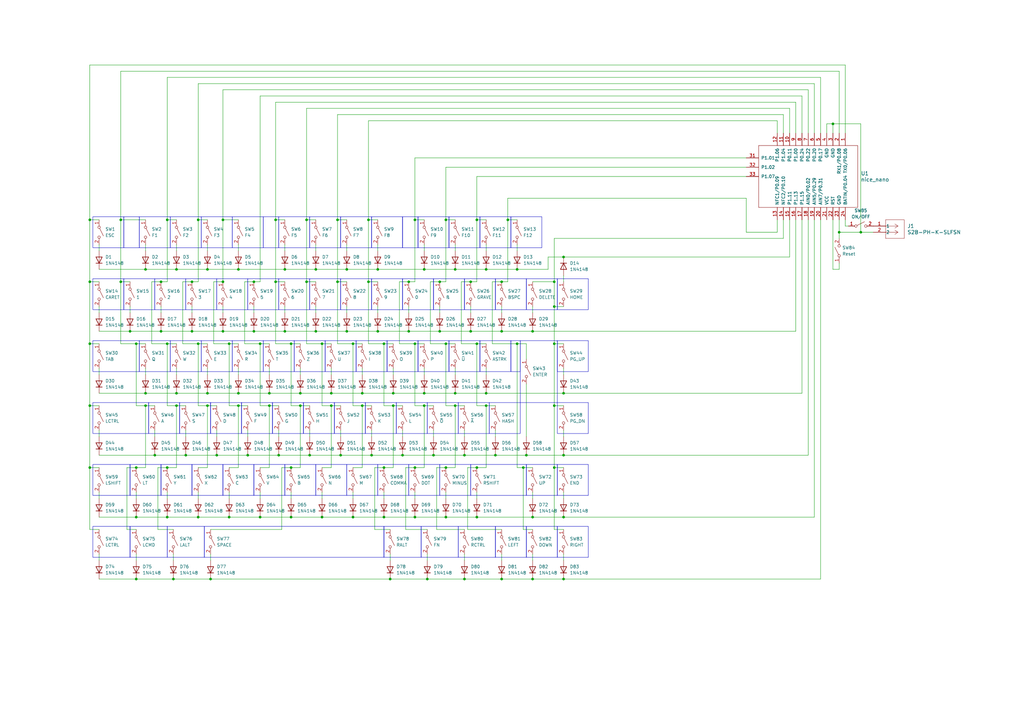
<source format=kicad_sch>
(kicad_sch (version 20231120) (generator "eeschema") (generator_version "8.0")
  (paper "A3")
  (junction (at 182.88 90.17))
  (junction (at 151.13 90.17))
  (junction (at 195.58 140.97))
  (junction (at 78.74 115.57))
  (junction (at 142.24 135.89))
  (junction (at 135.89 161.29))
  (junction (at 36.83 90.17))
  (junction (at 205.74 115.57))
  (junction (at 36.83 191.77))
  (junction (at 53.34 135.89))
  (junction (at 66.04 115.57))
  (junction (at 195.58 212.09))
  (junction (at 91.44 90.17))
  (junction (at 154.94 110.49))
  (junction (at 114.3 186.69))
  (junction (at 170.18 191.77))
  (junction (at 93.98 212.09))
  (junction (at 195.58 90.17))
  (junction (at 218.44 212.09))
  (junction (at 139.7 186.69))
  (junction (at 154.94 135.89))
  (junction (at 106.68 140.97))
  (junction (at 193.04 115.57))
  (junction (at 231.14 237.49))
  (junction (at 36.83 115.57))
  (junction (at 97.79 161.29))
  (junction (at 78.74 135.89))
  (junction (at 227.33 140.97))
  (junction (at 113.03 90.17))
  (junction (at 199.39 166.37))
  (junction (at 104.14 115.57))
  (junction (at 91.44 135.89))
  (junction (at 212.09 140.97))
  (junction (at 127 186.69))
  (junction (at 148.59 166.37))
  (junction (at 182.88 140.97))
  (junction (at 59.69 166.37))
  (junction (at 344.17 95.25))
  (junction (at 119.38 191.77))
  (junction (at 157.48 212.09))
  (junction (at 72.39 166.37))
  (junction (at 129.54 135.89))
  (junction (at 167.64 115.57))
  (junction (at 148.59 161.29))
  (junction (at 341.63 50.8))
  (junction (at 132.08 140.97))
  (junction (at 59.69 110.49))
  (junction (at 36.83 140.97))
  (junction (at 49.53 115.57))
  (junction (at 173.99 166.37))
  (junction (at 91.44 115.57))
  (junction (at 63.5 186.69))
  (junction (at 175.26 237.49))
  (junction (at 180.34 115.57))
  (junction (at 129.54 110.49))
  (junction (at 66.04 135.89))
  (junction (at 125.73 115.57))
  (junction (at 113.03 115.57))
  (junction (at 135.89 166.37))
  (junction (at 151.13 115.57))
  (junction (at 227.33 191.77))
  (junction (at 170.18 140.97))
  (junction (at 177.8 186.69))
  (junction (at 85.09 166.37))
  (junction (at 167.64 135.89))
  (junction (at 195.58 191.77))
  (junction (at 59.69 161.29))
  (junction (at 157.48 140.97))
  (junction (at 68.58 140.97))
  (junction (at 72.39 161.29))
  (junction (at 116.84 110.49))
  (junction (at 161.29 166.37))
  (junction (at 180.34 135.89))
  (junction (at 182.88 191.77))
  (junction (at 205.74 135.89))
  (junction (at 49.53 90.17))
  (junction (at 160.02 237.49))
  (junction (at 231.14 161.29))
  (junction (at 110.49 161.29))
  (junction (at 123.19 166.37))
  (junction (at 55.88 237.49))
  (junction (at 55.88 140.97))
  (junction (at 68.58 212.09))
  (junction (at 55.88 191.77))
  (junction (at 199.39 110.49))
  (junction (at 138.43 90.17))
  (junction (at 212.09 110.49))
  (junction (at 190.5 237.49))
  (junction (at 125.73 90.17))
  (junction (at 68.58 191.77))
  (junction (at 116.84 135.89))
  (junction (at 110.49 166.37))
  (junction (at 144.78 212.09))
  (junction (at 231.14 212.09))
  (junction (at 81.28 90.17))
  (junction (at 182.88 212.09))
  (junction (at 208.28 90.17))
  (junction (at 227.33 125.73))
  (junction (at 170.18 212.09))
  (junction (at 85.09 110.49))
  (junction (at 81.28 140.97))
  (junction (at 71.12 237.49))
  (junction (at 86.36 237.49))
  (junction (at 119.38 140.97))
  (junction (at 203.2 186.69))
  (junction (at 193.04 135.89))
  (junction (at 205.74 237.49))
  (junction (at 157.48 191.77))
  (junction (at 68.58 90.17))
  (junction (at 97.79 166.37))
  (junction (at 85.09 161.29))
  (junction (at 132.08 212.09))
  (junction (at 88.9 186.69))
  (junction (at 353.06 95.25))
  (junction (at 119.38 212.09))
  (junction (at 106.68 212.09))
  (junction (at 152.4 186.69))
  (junction (at 227.33 115.57))
  (junction (at 101.6 186.69))
  (junction (at 186.69 161.29))
  (junction (at 161.29 161.29))
  (junction (at 227.33 166.37))
  (junction (at 123.19 161.29))
  (junction (at 93.98 140.97))
  (junction (at 138.43 115.57))
  (junction (at 215.9 186.69))
  (junction (at 214.63 191.77))
  (junction (at 36.83 166.37))
  (junction (at 104.14 135.89))
  (junction (at 186.69 110.49))
  (junction (at 186.69 166.37))
  (junction (at 199.39 161.29))
  (junction (at 231.14 105.41))
  (junction (at 173.99 161.29))
  (junction (at 165.1 186.69))
  (junction (at 76.2 186.69))
  (junction (at 144.78 140.97))
  (junction (at 81.28 212.09))
  (junction (at 218.44 135.89))
  (junction (at 170.18 90.17))
  (junction (at 97.79 110.49))
  (junction (at 190.5 186.69))
  (junction (at 218.44 237.49))
  (junction (at 231.14 186.69))
  (junction (at 142.24 110.49))
  (junction (at 173.99 110.49))
  (junction (at 55.88 212.09))
  (junction (at 72.39 110.49))
  (wire (pts (xy 68.58 140.97) (xy 68.58 166.37)))
  (wire (pts (xy 59.69 166.37) (xy 59.69 191.77)))
  (wire (pts (xy 231.14 227.33) (xy 231.14 229.87)))
  (wire (pts (xy 170.18 115.57) (xy 167.64 115.57)))
  (wire (pts (xy 161.29 151.13) (xy 161.29 153.67)))
  (wire (pts (xy 81.28 212.09) (xy 93.98 212.09)))
  (wire (pts (xy 173.99 191.77) (xy 170.18 191.77)))
  (wire (pts (xy 163.83 115.57) (xy 163.83 140.97)))
  (wire (pts (xy 344.17 110.49) (xy 341.63 110.49)))
  (wire (pts (xy 104.14 125.73) (xy 104.14 128.27)))
  (wire (pts (xy 97.79 166.37) (xy 101.6 166.37)))
  (wire (pts (xy 341.63 54.61) (xy 341.63 50.8)))
  (wire (pts (xy 199.39 166.37) (xy 199.39 191.77)))
  (wire (pts (xy 55.88 237.49) (xy 71.12 237.49)))
  (wire (pts (xy 201.93 115.57) (xy 201.93 140.97)))
  (wire (pts (xy 72.39 110.49) (xy 85.09 110.49)))
  (wire (pts (xy 199.39 110.49) (xy 212.09 110.49)))
  (wire (pts (xy 161.29 166.37) (xy 165.1 166.37)))
  (wire (pts (xy 36.83 90.17) (xy 36.83 115.57)))
  (wire (pts (xy 40.64 125.73) (xy 40.64 128.27)))
  (wire (pts (xy 144.78 140.97) (xy 148.59 140.97)))
  (wire (pts (xy 224.79 110.49) (xy 224.79 105.41)))
  (wire (pts (xy 157.48 191.77) (xy 153.67 191.77)))
  (wire (pts (xy 55.88 227.33) (xy 55.88 229.87)))
  (wire (pts (xy 170.18 201.93) (xy 170.18 204.47)))
  (wire (pts (xy 49.53 115.57) (xy 53.34 115.57)))
  (wire (pts (xy 180.34 135.89) (xy 193.04 135.89)))
  (wire (pts (xy 193.04 135.89) (xy 205.74 135.89)))
  (wire (pts (xy 306.07 81.28) (xy 306.07 95.25)))
  (wire (pts (xy 180.34 115.57) (xy 176.53 115.57)))
  (wire (pts (xy 346.71 26.67) (xy 346.71 54.61)))
  (wire (pts (xy 195.58 166.37) (xy 199.39 166.37)))
  (wire (pts (xy 170.18 140.97) (xy 173.99 140.97)))
  (wire (pts (xy 208.28 90.17) (xy 208.28 115.57)))
  (wire (pts (xy 186.69 161.29) (xy 199.39 161.29)))
  (wire (pts (xy 160.02 227.33) (xy 160.02 229.87)))
  (wire (pts (xy 212.09 191.77) (xy 214.63 191.77)))
  (wire (pts (xy 227.33 125.73) (xy 231.14 125.73)))
  (wire (pts (xy 97.79 161.29) (xy 110.49 161.29)))
  (wire (pts (xy 173.99 110.49) (xy 186.69 110.49)))
  (wire (pts (xy 36.83 217.17) (xy 40.64 217.17)))
  (wire (pts (xy 170.18 212.09) (xy 182.88 212.09)))
  (wire (pts (xy 205.74 227.33) (xy 205.74 229.87)))
  (wire (pts (xy 182.88 166.37) (xy 186.69 166.37)))
  (wire (pts (xy 106.68 140.97) (xy 106.68 166.37)))
  (wire (pts (xy 115.57 191.77) (xy 115.57 217.17)))
  (wire (pts (xy 157.48 212.09) (xy 170.18 212.09)))
  (wire (pts (xy 195.58 90.17) (xy 195.58 72.39)))
  (wire (pts (xy 36.83 166.37) (xy 36.83 191.77)))
  (wire (pts (xy 212.09 140.97) (xy 212.09 191.77)))
  (wire (pts (xy 68.58 166.37) (xy 72.39 166.37)))
  (wire (pts (xy 40.64 135.89) (xy 53.34 135.89)))
  (wire (pts (xy 139.7 176.53) (xy 139.7 179.07)))
  (wire (pts (xy 72.39 166.37) (xy 72.39 191.77)))
  (wire (pts (xy 170.18 90.17) (xy 170.18 115.57)))
  (wire (pts (xy 176.53 140.97) (xy 182.88 140.97)))
  (wire (pts (xy 68.58 201.93) (xy 68.58 204.47)))
  (wire (pts (xy 173.99 151.13) (xy 173.99 153.67)))
  (wire (pts (xy 144.78 201.93) (xy 144.78 204.47)))
  (wire (pts (xy 344.17 95.25) (xy 344.17 97.79)))
  (wire (pts (xy 153.67 217.17) (xy 160.02 217.17)))
  (wire (pts (xy 113.03 41.91) (xy 326.39 41.91)))
  (wire (pts (xy 227.33 97.79) (xy 321.31 97.79)))
  (wire (pts (xy 91.44 125.73) (xy 91.44 128.27)))
  (wire (pts (xy 231.14 113.03) (xy 231.14 115.57)))
  (wire (pts (xy 116.84 90.17) (xy 113.03 90.17)))
  (wire (pts (xy 231.14 212.09) (xy 334.01 212.09)))
  (wire (pts (xy 132.08 140.97) (xy 135.89 140.97)))
  (wire (pts (xy 165.1 176.53) (xy 165.1 179.07)))
  (wire (pts (xy 173.99 166.37) (xy 173.99 191.77)))
  (wire (pts (xy 49.53 115.57) (xy 49.53 140.97)))
  (wire (pts (xy 40.64 186.69) (xy 63.5 186.69)))
  (wire (pts (xy 40.64 161.29) (xy 59.69 161.29)))
  (wire (pts (xy 72.39 166.37) (xy 76.2 166.37)))
  (wire (pts (xy 97.79 166.37) (xy 97.79 191.77)))
  (wire (pts (xy 52.07 217.17) (xy 55.88 217.17)))
  (wire (pts (xy 135.89 161.29) (xy 148.59 161.29)))
  (wire (pts (xy 123.19 151.13) (xy 123.19 153.67)))
  (wire (pts (xy 321.31 97.79) (xy 321.31 90.17)))
  (wire (pts (xy 339.09 54.61) (xy 339.09 50.8)))
  (wire (pts (xy 173.99 100.33) (xy 173.99 102.87)))
  (wire (pts (xy 157.48 166.37) (xy 161.29 166.37)))
  (wire (pts (xy 218.44 125.73) (xy 218.44 128.27)))
  (wire (pts (xy 208.28 90.17) (xy 208.28 81.28)))
  (wire (pts (xy 227.33 140.97) (xy 231.14 140.97)))
  (wire (pts (xy 85.09 166.37) (xy 85.09 191.77)))
  (wire (pts (xy 152.4 186.69) (xy 165.1 186.69)))
  (wire (pts (xy 182.88 140.97) (xy 186.69 140.97)))
  (wire (pts (xy 167.64 125.73) (xy 167.64 128.27)))
  (wire (pts (xy 170.18 90.17) (xy 170.18 64.77)))
  (wire (pts (xy 36.83 191.77) (xy 40.64 191.77)))
  (wire (pts (xy 53.34 135.89) (xy 66.04 135.89)))
  (wire (pts (xy 231.14 186.69) (xy 331.47 186.69)))
  (wire (pts (xy 336.55 237.49) (xy 336.55 90.17)))
  (wire (pts (xy 129.54 135.89) (xy 142.24 135.89)))
  (wire (pts (xy 182.88 90.17) (xy 182.88 68.58)))
  (wire (pts (xy 72.39 151.13) (xy 72.39 153.67)))
  (wire (pts (xy 227.33 191.77) (xy 231.14 191.77)))
  (wire (pts (xy 170.18 191.77) (xy 166.37 191.77)))
  (wire (pts (xy 208.28 81.28) (xy 306.07 81.28)))
  (wire (pts (xy 148.59 191.77) (xy 144.78 191.77)))
  (wire (pts (xy 138.43 90.17) (xy 138.43 115.57)))
  (wire (pts (xy 66.04 125.73) (xy 66.04 128.27)))
  (wire (pts (xy 344.17 95.25) (xy 344.17 90.17)))
  (wire (pts (xy 148.59 151.13) (xy 148.59 153.67)))
  (wire (pts (xy 36.83 26.67) (xy 346.71 26.67)))
  (wire (pts (xy 165.1 186.69) (xy 177.8 186.69)))
  (wire (pts (xy 129.54 125.73) (xy 129.54 128.27)))
  (wire (pts (xy 152.4 176.53) (xy 152.4 179.07)))
  (wire (pts (xy 214.63 191.77) (xy 218.44 191.77)))
  (wire (pts (xy 93.98 140.97) (xy 93.98 166.37)))
  (wire (pts (xy 344.17 95.25) (xy 353.06 95.25)))
  (wire (pts (xy 68.58 90.17) (xy 68.58 31.75)))
  (wire (pts (xy 113.03 90.17) (xy 113.03 115.57)))
  (wire (pts (xy 186.69 166.37) (xy 186.69 191.77)))
  (wire (pts (xy 125.73 115.57) (xy 125.73 140.97)))
  (wire (pts (xy 119.38 201.93) (xy 119.38 204.47)))
  (wire (pts (xy 231.14 176.53) (xy 231.14 179.07)))
  (wire (pts (xy 227.33 166.37) (xy 231.14 166.37)))
  (wire (pts (xy 186.69 166.37) (xy 190.5 166.37)))
  (wire (pts (xy 119.38 191.77) (xy 115.57 191.77)))
  (wire (pts (xy 110.49 161.29) (xy 123.19 161.29)))
  (wire (pts (xy 116.84 110.49) (xy 129.54 110.49)))
  (wire (pts (xy 132.08 140.97) (xy 132.08 166.37)))
  (wire (pts (xy 214.63 191.77) (xy 214.63 217.17)))
  (wire (pts (xy 182.88 68.58) (xy 306.07 68.58)))
  (wire (pts (xy 199.39 151.13) (xy 199.39 153.67)))
  (wire (pts (xy 218.44 227.33) (xy 218.44 229.87)))
  (wire (pts (xy 182.88 191.77) (xy 179.07 191.77)))
  (wire (pts (xy 116.84 100.33) (xy 116.84 102.87)))
  (wire (pts (xy 191.77 217.17) (xy 205.74 217.17)))
  (wire (pts (xy 163.83 140.97) (xy 170.18 140.97)))
  (wire (pts (xy 170.18 166.37) (xy 173.99 166.37)))
  (wire (pts (xy 36.83 140.97) (xy 40.64 140.97)))
  (wire (pts (xy 40.64 110.49) (xy 59.69 110.49)))
  (wire (pts (xy 110.49 151.13) (xy 110.49 153.67)))
  (wire (pts (xy 97.79 110.49) (xy 116.84 110.49)))
  (wire (pts (xy 142.24 110.49) (xy 154.94 110.49)))
  (wire (pts (xy 85.09 90.17) (xy 81.28 90.17)))
  (wire (pts (xy 336.55 31.75) (xy 336.55 54.61)))
  (wire (pts (xy 59.69 166.37) (xy 63.5 166.37)))
  (wire (pts (xy 123.19 166.37) (xy 127 166.37)))
  (wire (pts (xy 71.12 227.33) (xy 71.12 229.87)))
  (wire (pts (xy 104.14 115.57) (xy 106.68 115.57)))
  (wire (pts (xy 81.28 34.29) (xy 334.01 34.29)))
  (wire (pts (xy 227.33 166.37) (xy 227.33 191.77)))
  (wire (pts (xy 205.74 125.73) (xy 205.74 128.27)))
  (wire (pts (xy 59.69 90.17) (xy 49.53 90.17)))
  (wire (pts (xy 205.74 135.89) (xy 218.44 135.89)))
  (wire (pts (xy 88.9 186.69) (xy 101.6 186.69)))
  (wire (pts (xy 93.98 201.93) (xy 93.98 204.47)))
  (wire (pts (xy 227.33 140.97) (xy 227.33 166.37)))
  (wire (pts (xy 106.68 140.97) (xy 110.49 140.97)))
  (wire (pts (xy 78.74 125.73) (xy 78.74 128.27)))
  (wire (pts (xy 203.2 176.53) (xy 203.2 179.07)))
  (wire (pts (xy 123.19 166.37) (xy 123.19 191.77)))
  (wire (pts (xy 123.19 161.29) (xy 135.89 161.29)))
  (wire (pts (xy 142.24 90.17) (xy 138.43 90.17)))
  (wire (pts (xy 81.28 115.57) (xy 78.74 115.57)))
  (wire (pts (xy 231.14 201.93) (xy 231.14 204.47)))
  (wire (pts (xy 119.38 140.97) (xy 119.38 166.37)))
  (wire (pts (xy 203.2 186.69) (xy 215.9 186.69)))
  (wire (pts (xy 93.98 166.37) (xy 97.79 166.37)))
  (wire (pts (xy 139.7 186.69) (xy 152.4 186.69)))
  (wire (pts (xy 166.37 191.77) (xy 166.37 217.17)))
  (wire (pts (xy 328.93 161.29) (xy 328.93 90.17)))
  (wire (pts (xy 326.39 135.89) (xy 326.39 90.17)))
  (wire (pts (xy 68.58 90.17) (xy 68.58 115.57)))
  (wire (pts (xy 135.89 191.77) (xy 132.08 191.77)))
  (wire (pts (xy 191.77 191.77) (xy 191.77 217.17)))
  (wire (pts (xy 186.69 100.33) (xy 186.69 102.87)))
  (wire (pts (xy 186.69 191.77) (xy 182.88 191.77)))
  (wire (pts (xy 214.63 217.17) (xy 218.44 217.17)))
  (wire (pts (xy 40.64 176.53) (xy 40.64 179.07)))
  (wire (pts (xy 62.23 140.97) (xy 68.58 140.97)))
  (wire (pts (xy 186.69 151.13) (xy 186.69 153.67)))
  (wire (pts (xy 36.83 166.37) (xy 40.64 166.37)))
  (wire (pts (xy 138.43 140.97) (xy 144.78 140.97)))
  (wire (pts (xy 205.74 237.49) (xy 218.44 237.49)))
  (wire (pts (xy 195.58 90.17) (xy 195.58 115.57)))
  (wire (pts (xy 81.28 140.97) (xy 85.09 140.97)))
  (wire (pts (xy 189.23 140.97) (xy 195.58 140.97)))
  (wire (pts (xy 227.33 125.73) (xy 227.33 140.97)))
  (wire (pts (xy 212.09 90.17) (xy 208.28 90.17)))
  (wire (pts (xy 167.64 135.89) (xy 180.34 135.89)))
  (wire (pts (xy 81.28 140.97) (xy 81.28 166.37)))
  (wire (pts (xy 157.48 140.97) (xy 161.29 140.97)))
  (wire (pts (xy 36.83 90.17) (xy 36.83 26.67)))
  (wire (pts (xy 74.93 140.97) (xy 81.28 140.97)))
  (wire (pts (xy 36.83 191.77) (xy 36.83 217.17)))
  (wire (pts (xy 199.39 161.29) (xy 231.14 161.29)))
  (wire (pts (xy 306.07 95.25) (xy 318.77 95.25)))
  (wire (pts (xy 195.58 201.93) (xy 195.58 204.47)))
  (wire (pts (xy 353.06 50.8) (xy 353.06 95.25)))
  (wire (pts (xy 212.09 140.97) (xy 215.9 140.97)))
  (wire (pts (xy 154.94 125.73) (xy 154.94 128.27)))
  (wire (pts (xy 59.69 110.49) (xy 72.39 110.49)))
  (wire (pts (xy 218.44 237.49) (xy 231.14 237.49)))
  (wire (pts (xy 110.49 166.37) (xy 114.3 166.37)))
  (wire (pts (xy 64.77 217.17) (xy 71.12 217.17)))
  (wire (pts (xy 179.07 191.77) (xy 179.07 217.17)))
  (wire (pts (xy 62.23 115.57) (xy 62.23 140.97)))
  (wire (pts (xy 182.88 212.09) (xy 195.58 212.09)))
  (wire (pts (xy 179.07 217.17) (xy 190.5 217.17)))
  (wire (pts (xy 97.79 90.17) (xy 91.44 90.17)))
  (wire (pts (xy 64.77 191.77) (xy 64.77 217.17)))
  (wire (pts (xy 40.64 90.17) (xy 36.83 90.17)))
  (wire (pts (xy 161.29 166.37) (xy 161.29 191.77)))
  (wire (pts (xy 91.44 90.17) (xy 91.44 115.57)))
  (wire (pts (xy 55.88 140.97) (xy 59.69 140.97)))
  (wire (pts (xy 341.63 50.8) (xy 353.06 50.8)))
  (wire (pts (xy 97.79 151.13) (xy 97.79 153.67)))
  (wire (pts (xy 212.09 100.33) (xy 212.09 102.87)))
  (wire (pts (xy 344.17 107.95) (xy 344.17 110.49)))
  (wire (pts (xy 231.14 237.49) (xy 336.55 237.49)))
  (wire (pts (xy 76.2 176.53) (xy 76.2 179.07)))
  (wire (pts (xy 195.58 115.57) (xy 193.04 115.57)))
  (wire (pts (xy 87.63 140.97) (xy 93.98 140.97)))
  (wire (pts (xy 323.85 105.41) (xy 323.85 90.17)))
  (wire (pts (xy 193.04 115.57) (xy 189.23 115.57)))
  (wire (pts (xy 91.44 135.89) (xy 104.14 135.89)))
  (wire (pts (xy 331.47 36.83) (xy 331.47 54.61)))
  (wire (pts (xy 144.78 212.09) (xy 157.48 212.09)))
  (wire (pts (xy 110.49 166.37) (xy 110.49 191.77)))
  (wire (pts (xy 173.99 161.29) (xy 186.69 161.29)))
  (wire (pts (xy 154.94 135.89) (xy 167.64 135.89)))
  (wire (pts (xy 231.14 161.29) (xy 328.93 161.29)))
  (wire (pts (xy 81.28 90.17) (xy 81.28 34.29)))
  (wire (pts (xy 144.78 166.37) (xy 148.59 166.37)))
  (wire (pts (xy 40.64 151.13) (xy 40.64 153.67)))
  (wire (pts (xy 227.33 115.57) (xy 227.33 97.79)))
  (wire (pts (xy 100.33 115.57) (xy 100.33 140.97)))
  (wire (pts (xy 68.58 191.77) (xy 64.77 191.77)))
  (wire (pts (xy 40.64 237.49) (xy 55.88 237.49)))
  (wire (pts (xy 101.6 176.53) (xy 101.6 179.07)))
  (wire (pts (xy 173.99 166.37) (xy 177.8 166.37)))
  (wire (pts (xy 231.14 105.41) (xy 323.85 105.41)))
  (wire (pts (xy 195.58 212.09) (xy 218.44 212.09)))
  (wire (pts (xy 135.89 151.13) (xy 135.89 153.67)))
  (wire (pts (xy 199.39 90.17) (xy 195.58 90.17)))
  (wire (pts (xy 106.68 212.09) (xy 119.38 212.09)))
  (wire (pts (xy 151.13 90.17) (xy 151.13 49.53)))
  (wire (pts (xy 186.69 90.17) (xy 182.88 90.17)))
  (wire (pts (xy 142.24 135.89) (xy 154.94 135.89)))
  (wire (pts (xy 81.28 90.17) (xy 81.28 115.57)))
  (wire (pts (xy 106.68 115.57) (xy 106.68 39.37)))
  (wire (pts (xy 195.58 72.39) (xy 306.07 72.39)))
  (wire (pts (xy 148.59 161.29) (xy 161.29 161.29)))
  (wire (pts (xy 59.69 161.29) (xy 72.39 161.29)))
  (wire (pts (xy 151.13 90.17) (xy 151.13 115.57)))
  (wire (pts (xy 40.64 100.33) (xy 40.64 102.87)))
  (wire (pts (xy 138.43 90.17) (xy 138.43 46.99)))
  (wire (pts (xy 125.73 44.45) (xy 323.85 44.45)))
  (wire (pts (xy 175.26 227.33) (xy 175.26 229.87)))
  (wire (pts (xy 193.04 125.73) (xy 193.04 128.27)))
  (wire (pts (xy 87.63 115.57) (xy 87.63 140.97)))
  (wire (pts (xy 208.28 115.57) (xy 205.74 115.57)))
  (wire (pts (xy 40.64 201.93) (xy 40.64 204.47)))
  (wire (pts (xy 91.44 36.83) (xy 331.47 36.83)))
  (wire (pts (xy 114.3 176.53) (xy 114.3 179.07)))
  (wire (pts (xy 323.85 44.45) (xy 323.85 54.61)))
  (wire (pts (xy 189.23 115.57) (xy 189.23 140.97)))
  (wire (pts (xy 170.18 140.97) (xy 170.18 166.37)))
  (wire (pts (xy 59.69 191.77) (xy 55.88 191.77)))
  (wire (pts (xy 132.08 201.93) (xy 132.08 204.47)))
  (wire (pts (xy 176.53 115.57) (xy 176.53 140.97)))
  (wire (pts (xy 212.09 110.49) (xy 224.79 110.49)))
  (wire (pts (xy 166.37 217.17) (xy 175.26 217.17)))
  (wire (pts (xy 52.07 191.77) (xy 55.88 191.77)))
  (wire (pts (xy 114.3 186.69) (xy 127 186.69)))
  (wire (pts (xy 199.39 191.77) (xy 195.58 191.77)))
  (wire (pts (xy 53.34 125.73) (xy 53.34 128.27)))
  (wire (pts (xy 55.88 212.09) (xy 68.58 212.09)))
  (wire (pts (xy 190.5 237.49) (xy 205.74 237.49)))
  (wire (pts (xy 78.74 115.57) (xy 74.93 115.57)))
  (wire (pts (xy 182.88 115.57) (xy 180.34 115.57)))
  (wire (pts (xy 110.49 191.77) (xy 106.68 191.77)))
  (wire (pts (xy 154.94 90.17) (xy 151.13 90.17)))
  (wire (pts (xy 153.67 191.77) (xy 153.67 217.17)))
  (wire (pts (xy 68.58 212.09) (xy 81.28 212.09)))
  (wire (pts (xy 85.09 110.49) (xy 97.79 110.49)))
  (wire (pts (xy 66.04 135.89) (xy 78.74 135.89)))
  (wire (pts (xy 138.43 115.57) (xy 138.43 140.97)))
  (wire (pts (xy 326.39 41.91) (xy 326.39 54.61)))
  (wire (pts (xy 132.08 166.37) (xy 135.89 166.37)))
  (wire (pts (xy 125.73 115.57) (xy 129.54 115.57)))
  (wire (pts (xy 151.13 115.57) (xy 154.94 115.57)))
  (wire (pts (xy 138.43 115.57) (xy 142.24 115.57)))
  (wire (pts (xy 318.77 49.53) (xy 318.77 54.61)))
  (wire (pts (xy 52.07 191.77) (xy 52.07 217.17)))
  (wire (pts (xy 318.77 95.25) (xy 318.77 90.17)))
  (wire (pts (xy 132.08 212.09) (xy 144.78 212.09)))
  (wire (pts (xy 180.34 125.73) (xy 180.34 128.27)))
  (wire (pts (xy 182.88 201.93) (xy 182.88 204.47)))
  (wire (pts (xy 63.5 186.69) (xy 76.2 186.69)))
  (wire (pts (xy 123.19 191.77) (xy 119.38 191.77)))
  (wire (pts (xy 36.83 115.57) (xy 36.83 140.97)))
  (wire (pts (xy 190.5 227.33) (xy 190.5 229.87)))
  (wire (pts (xy 331.47 90.17) (xy 331.47 186.69)))
  (wire (pts (xy 125.73 90.17) (xy 125.73 44.45)))
  (wire (pts (xy 218.44 212.09) (xy 231.14 212.09)))
  (wire (pts (xy 116.84 125.73) (xy 116.84 128.27)))
  (wire (pts (xy 157.48 140.97) (xy 157.48 166.37)))
  (wire (pts (xy 104.14 135.89) (xy 116.84 135.89)))
  (wire (pts (xy 127 186.69) (xy 139.7 186.69)))
  (wire (pts (xy 116.84 135.89) (xy 129.54 135.89)))
  (wire (pts (xy 321.31 46.99) (xy 321.31 54.61)))
  (wire (pts (xy 93.98 140.97) (xy 97.79 140.97)))
  (wire (pts (xy 151.13 115.57) (xy 151.13 140.97)))
  (wire (pts (xy 227.33 217.17) (xy 231.14 217.17)))
  (wire (pts (xy 148.59 166.37) (xy 148.59 191.77)))
  (wire (pts (xy 100.33 140.97) (xy 106.68 140.97)))
  (wire (pts (xy 334.01 34.29) (xy 334.01 54.61)))
  (wire (pts (xy 339.09 50.8) (xy 341.63 50.8)))
  (wire (pts (xy 113.03 90.17) (xy 113.03 41.91)))
  (wire (pts (xy 66.04 115.57) (xy 62.23 115.57)))
  (wire (pts (xy 199.39 166.37) (xy 203.2 166.37)))
  (wire (pts (xy 334.01 212.09) (xy 334.01 90.17)))
  (wire (pts (xy 55.88 201.93) (xy 55.88 204.47)))
  (wire (pts (xy 81.28 166.37) (xy 85.09 166.37)))
  (wire (pts (xy 177.8 186.69) (xy 190.5 186.69)))
  (wire (pts (xy 40.64 212.09) (xy 55.88 212.09)))
  (wire (pts (xy 88.9 176.53) (xy 88.9 179.07)))
  (wire (pts (xy 86.36 237.49) (xy 160.02 237.49)))
  (wire (pts (xy 85.09 166.37) (xy 88.9 166.37)))
  (wire (pts (xy 227.33 191.77) (xy 227.33 217.17)))
  (wire (pts (xy 59.69 151.13) (xy 59.69 153.67)))
  (wire (pts (xy 190.5 186.69) (xy 203.2 186.69)))
  (wire (pts (xy 119.38 166.37) (xy 123.19 166.37)))
  (wire (pts (xy 85.09 161.29) (xy 97.79 161.29)))
  (wire (pts (xy 161.29 161.29) (xy 173.99 161.29)))
  (wire (pts (xy 104.14 115.57) (xy 100.33 115.57)))
  (wire (pts (xy 151.13 140.97) (xy 157.48 140.97)))
  (wire (pts (xy 170.18 64.77) (xy 306.07 64.77)))
  (wire (pts (xy 231.14 151.13) (xy 231.14 153.67)))
  (wire (pts (xy 195.58 140.97) (xy 199.39 140.97)))
  (wire (pts (xy 167.64 115.57) (xy 163.83 115.57)))
  (wire (pts (xy 346.71 92.71) (xy 347.98 92.71)))
  (wire (pts (xy 160.02 237.49) (xy 175.26 237.49)))
  (wire (pts (xy 173.99 90.17) (xy 170.18 90.17)))
  (wire (pts (xy 346.71 92.71) (xy 346.71 90.17)))
  (wire (pts (xy 72.39 100.33) (xy 72.39 102.87)))
  (wire (pts (xy 215.9 179.07) (xy 215.9 157.48)))
  (wire (pts (xy 49.53 29.21) (xy 344.17 29.21)))
  (wire (pts (xy 55.88 166.37) (xy 59.69 166.37)))
  (wire (pts (xy 127 176.53) (xy 127 179.07)))
  (wire (pts (xy 227.33 115.57) (xy 227.33 125.73)))
  (wire (pts (xy 119.38 212.09) (xy 132.08 212.09)))
  (wire (pts (xy 161.29 191.77) (xy 157.48 191.77)))
  (wire (pts (xy 199.39 100.33) (xy 199.39 102.87)))
  (wire (pts (xy 186.69 110.49) (xy 199.39 110.49)))
  (wire (pts (xy 144.78 140.97) (xy 144.78 166.37)))
  (wire (pts (xy 142.24 125.73) (xy 142.24 128.27)))
  (wire (pts (xy 81.28 201.93) (xy 81.28 204.47)))
  (wire (pts (xy 218.44 201.93) (xy 218.44 204.47)))
  (wire (pts (xy 93.98 212.09) (xy 106.68 212.09)))
  (wire (pts (xy 129.54 100.33) (xy 129.54 102.87)))
  (wire (pts (xy 49.53 90.17) (xy 49.53 29.21)))
  (wire (pts (xy 85.09 191.77) (xy 81.28 191.77)))
  (wire (pts (xy 195.58 140.97) (xy 195.58 166.37)))
  (wire (pts (xy 142.24 100.33) (xy 142.24 102.87)))
  (wire (pts (xy 74.93 115.57) (xy 74.93 140.97)))
  (wire (pts (xy 129.54 110.49) (xy 142.24 110.49)))
  (wire (pts (xy 68.58 140.97) (xy 72.39 140.97)))
  (wire (pts (xy 154.94 110.49) (xy 173.99 110.49)))
  (wire (pts (xy 125.73 90.17) (xy 125.73 115.57)))
  (wire (pts (xy 135.89 166.37) (xy 139.7 166.37)))
  (wire (pts (xy 40.64 227.33) (xy 40.64 229.87)))
  (wire (pts (xy 85.09 100.33) (xy 85.09 102.87)))
  (wire (pts (xy 151.13 49.53) (xy 318.77 49.53)))
  (wire (pts (xy 182.88 90.17) (xy 182.88 115.57)))
  (wire (pts (xy 182.88 140.97) (xy 182.88 166.37)))
  (wire (pts (xy 97.79 100.33) (xy 97.79 102.87)))
  (wire (pts (xy 63.5 176.53) (xy 63.5 179.07)))
  (wire (pts (xy 78.74 135.89) (xy 91.44 135.89)))
  (wire (pts (xy 201.93 140.97) (xy 212.09 140.97)))
  (wire (pts (xy 148.59 166.37) (xy 152.4 166.37)))
  (wire (pts (xy 113.03 140.97) (xy 119.38 140.97)))
  (wire (pts (xy 68.58 90.17) (xy 72.39 90.17)))
  (wire (pts (xy 135.89 166.37) (xy 135.89 191.77)))
  (wire (pts (xy 119.38 140.97) (xy 123.19 140.97)))
  (wire (pts (xy 76.2 186.69) (xy 88.9 186.69)))
  (wire (pts (xy 113.03 115.57) (xy 116.84 115.57)))
  (wire (pts (xy 49.53 140.97) (xy 55.88 140.97)))
  (wire (pts (xy 353.06 95.25) (xy 358.14 95.25)))
  (wire (pts (xy 106.68 166.37) (xy 110.49 166.37)))
  (wire (pts (xy 190.5 176.53) (xy 190.5 179.07)))
  (wire (pts (xy 91.44 90.17) (xy 91.44 36.83)))
  (wire (pts (xy 157.48 201.93) (xy 157.48 204.47)))
  (wire (pts (xy 36.83 115.57) (xy 40.64 115.57)))
  (wire (pts (xy 113.03 115.57) (xy 113.03 140.97)))
  (wire (pts (xy 195.58 191.77) (xy 191.77 191.77)))
  (wire (pts (xy 341.63 90.17) (xy 341.63 110.49)))
  (wire (pts (xy 328.93 39.37) (xy 328.93 54.61)))
  (wire (pts (xy 68.58 115.57) (xy 66.04 115.57)))
  (wire (pts (xy 49.53 90.17) (xy 49.53 115.57)))
  (wire (pts (xy 55.88 140.97) (xy 55.88 166.37)))
  (wire (pts (xy 36.83 140.97) (xy 36.83 166.37)))
  (wire (pts (xy 129.54 90.17) (xy 125.73 90.17)))
  (wire (pts (xy 138.43 46.99) (xy 321.31 46.99)))
  (wire (pts (xy 59.69 100.33) (xy 59.69 102.87)))
  (wire (pts (xy 215.9 186.69) (xy 231.14 186.69)))
  (wire (pts (xy 205.74 115.57) (xy 201.93 115.57)))
  (wire (pts (xy 106.68 39.37) (xy 328.93 39.37)))
  (wire (pts (xy 175.26 237.49) (xy 190.5 237.49)))
  (wire (pts (xy 68.58 191.77) (xy 72.39 191.77)))
  (wire (pts (xy 71.12 237.49) (xy 86.36 237.49)))
  (wire (pts (xy 101.6 186.69) (xy 114.3 186.69)))
  (wire (pts (xy 86.36 227.33) (xy 86.36 229.87)))
  (wire (pts (xy 125.73 140.97) (xy 132.08 140.97)))
  (wire (pts (xy 154.94 100.33) (xy 154.94 102.87)))
  (wire (pts (xy 215.9 140.97) (xy 215.9 147.32)))
  (wire (pts (xy 72.39 161.29) (xy 85.09 161.29)))
  (wire (pts (xy 91.44 115.57) (xy 87.63 115.57)))
  (wire (pts (xy 85.09 151.13) (xy 85.09 153.67)))
  (wire (pts (xy 177.8 176.53) (xy 177.8 179.07)))
  (wire (pts (xy 218.44 115.57) (xy 227.33 115.57)))
  (wire (pts (xy 115.57 217.17) (xy 86.36 217.17)))
  (wire (pts (xy 68.58 31.75) (xy 336.55 31.75)))
  (wire (pts (xy 93.98 191.77) (xy 97.79 191.77)))
  (wire (pts (xy 224.79 105.41) (xy 231.14 105.41)))
  (wire (pts (xy 218.44 135.89) (xy 326.39 135.89)))
  (wire (pts (xy 344.17 29.21) (xy 344.17 54.61)))
  (wire (pts (xy 106.68 201.93) (xy 106.68 204.47)))
  (rectangle (start 203.2 114.3) (end 215.9 127))
  (rectangle (start 88.9 114.3) (end 101.6 127))
  (rectangle (start 53.34 190.5) (end 66.04 203.2))
  (rectangle (start 99.06 165.1) (end 111.76 177.8))
  (rectangle (start 203.2 215.9) (end 215.9 228.6))
  (rectangle (start 228.6 165.1) (end 241.3 177.8))
  (rectangle (start 38.1 165.1) (end 60.96 177.8))
  (rectangle (start 171.45 88.9) (end 184.15 101.6))
  (rectangle (start 82.55 88.9) (end 95.25 101.6))
  (rectangle (start 68.58 215.9) (end 83.82 228.6))
  (rectangle (start 137.16 165.1) (end 149.86 177.8))
  (rectangle (start 38.1 190.5) (end 53.34 203.2))
  (rectangle (start 228.6 139.7) (end 241.3 152.4))
  (rectangle (start 86.36 165.1) (end 99.06 177.8))
  (rectangle (start 180.34 190.5) (end 193.04 203.2))
  (rectangle (start 175.26 165.1) (end 187.96 177.8))
  (rectangle (start 127 114.3) (end 139.7 127))
  (rectangle (start 190.5 114.3) (end 203.2 127))
  (rectangle (start 228.6 190.5) (end 241.3 203.2))
  (rectangle (start 57.15 139.7) (end 69.85 152.4))
  (rectangle (start 107.95 88.9) (end 114.3 101.6))
  (rectangle (start 63.5 114.3) (end 76.2 127))
  (rectangle (start 158.75 139.7) (end 171.45 152.4))
  (rectangle (start 78.74 190.5) (end 91.44 203.2))
  (rectangle (start 38.1 114.3) (end 50.8 127))
  (rectangle (start 146.05 139.7) (end 158.75 152.4))
  (rectangle (start 107.95 139.7) (end 120.65 152.4))
  (rectangle (start 127 88.9) (end 139.7 101.6))
  (rectangle (start 196.85 88.9) (end 209.55 101.6))
  (rectangle (start 196.85 139.7) (end 209.55 152.4))
  (rectangle (start 162.56 165.1) (end 175.26 177.8))
  (rectangle (start 209.55 139.7) (end 213.36 152.4))
  (rectangle (start 111.76 165.1) (end 124.46 177.8))
  (rectangle (start 101.6 114.3) (end 114.3 127))
  (rectangle (start 152.4 88.9) (end 165.1 101.6))
  (rectangle (start 69.85 88.9) (end 82.55 101.6))
  (rectangle (start 53.34 215.9) (end 68.58 228.6))
  (rectangle (start 200.66 165.1) (end 213.36 177.8))
  (rectangle (start 149.86 165.1) (end 162.56 177.8))
  (rectangle (start 142.24 190.5) (end 154.94 203.2))
  (rectangle (start 114.3 88.9) (end 127 101.6))
  (rectangle (start 60.96 165.1) (end 73.66 177.8))
  (rectangle (start 124.46 165.1) (end 137.16 177.8))
  (rectangle (start 50.8 88.9) (end 57.15 101.6))
  (rectangle (start 172.72 215.9) (end 187.96 228.6))
  (rectangle (start 171.45 139.7) (end 184.15 152.4))
  (rectangle (start 116.84 190.5) (end 129.54 203.2))
  (rectangle (start 152.4 114.3) (end 165.1 127))
  (rectangle (start 184.15 139.7) (end 196.85 152.4))
  (rectangle (start 215.9 190.5) (end 228.6 203.2))
  (rectangle (start 184.15 88.9) (end 196.85 101.6))
  (rectangle (start 133.35 139.7) (end 146.05 152.4))
  (rectangle (start 177.8 114.3) (end 190.5 127))
  (rectangle (start 167.64 190.5) (end 180.34 203.2))
  (rectangle (start 38.1 139.7) (end 57.15 152.4))
  (rectangle (start 139.7 114.3) (end 152.4 127))
  (rectangle (start 215.9 114.3) (end 228.6 127))
  (rectangle (start 57.15 88.9) (end 69.85 101.6))
  (rectangle (start 50.8 114.3) (end 63.5 127))
  (rectangle (start 157.48 215.9) (end 172.72 228.6))
  (rectangle (start 38.1 88.9) (end 50.8 101.6))
  (rectangle (start 193.04 190.5) (end 215.9 203.2))
  (rectangle (start 154.94 190.5) (end 167.64 203.2))
  (rectangle (start 69.85 139.7) (end 82.55 152.4))
  (rectangle (start 213.36 139.7) (end 228.6 165.1))
  (rectangle (start 104.14 190.5) (end 116.84 203.2))
  (rectangle (start 95.25 139.7) (end 107.95 152.4))
  (rectangle (start 215.9 215.9) (end 228.6 228.6))
  (rectangle (start 95.25 88.9) (end 107.95 101.6))
  (rectangle (start 76.2 114.3) (end 88.9 127))
  (rectangle (start 228.6 114.3) (end 241.3 127))
  (rectangle (start 83.82 215.9) (end 157.48 228.6))
  (rectangle (start 129.54 190.5) (end 142.24 203.2))
  (rectangle (start 165.1 114.3) (end 177.8 127))
  (rectangle (start 187.96 215.9) (end 203.2 228.6))
  (rectangle (start 139.7 88.9) (end 152.4 101.6))
  (rectangle (start 228.6 215.9) (end 241.3 228.6))
  (rectangle (start 187.96 165.1) (end 200.66 177.8))
  (rectangle (start 38.1 215.9) (end 53.34 228.6))
  (rectangle (start 209.55 88.9) (end 222.25 101.6))
  (rectangle (start 91.44 190.5) (end 104.14 203.2))
  (rectangle (start 82.55 139.7) (end 95.25 152.4))
  (rectangle (start 114.3 114.3) (end 127 127))
  (rectangle (start 66.04 190.5) (end 78.74 203.2))
  (rectangle (start 120.65 139.7) (end 133.35 152.4))
  (rectangle (start 165.1 88.9) (end 171.45 101.6))
  (rectangle (start 73.66 165.1) (end 86.36 177.8))
  (symbol (lib_id "Diode:1N4148") (at 110.49 157.48 90) (unit 1)
    (property "Reference" "D35" (at 113.03 156.2099 90) (effects (justify right)))
    (property "Value" "1N4148" (at 113.03 158.7499 90) (effects (justify right)))
    (property "Footprint" "Diode_THT:D_DO-35_SOD27_P7.62mm_Horizontal" (effects (hide yes)))
    (property "Datasheet" "https://assets.nexperia.com/documents/data-sheet/1N4148_1N4448.pdf" (effects (hide yes)))
    (property "Description" "100V 0.15A standard switching diode, DO-35" (effects (hide yes)))
    (property "Sim.Device" "D" (effects (hide yes)))
    (property "Sim.Pins" "1=K 2=A" (effects (hide yes)))
  )
  (symbol (lib_id "Switch:SW_SPST") (at 59.69 146.05 270) (unit 1)
    (property "Reference" "SW31" (at 62.23 144.7799 90) (effects (justify left)))
    (property "Value" "Q" (at 62.23 147.3199 90) (effects (justify left)))
    (property "Footprint" "Switch_Keyboard_Kailh:SW_Kailh_Choc_V1V2_1.00u" (effects (hide yes)))
    (property "Description" "Single Pole Single Throw (SPST) switch" (effects (hide yes)))
  )
  (symbol (lib_id "Diode:1N4148") (at 81.28 208.28 90) (unit 1)
    (property "Reference" "D62" (at 83.82 207.0099 90) (effects (justify right)))
    (property "Value" "1N4148" (at 83.82 209.5499 90) (effects (justify right)))
    (property "Footprint" "Diode_THT:D_DO-35_SOD27_P7.62mm_Horizontal" (effects (hide yes)))
    (property "Datasheet" "https://assets.nexperia.com/documents/data-sheet/1N4148_1N4448.pdf" (effects (hide yes)))
    (property "Description" "100V 0.15A standard switching diode, DO-35" (effects (hide yes)))
    (property "Sim.Device" "D" (effects (hide yes)))
    (property "Sim.Pins" "1=K 2=A" (effects (hide yes)))
  )
  (symbol (lib_id "Switch:SW_SPST") (at 119.38 196.85 270) (unit 1)
    (property "Reference" "SW65" (at 121.92 195.5799 90) (effects (justify left)))
    (property "Value" "B" (at 121.92 198.1199 90) (effects (justify left)))
    (property "Footprint" "Switch_Keyboard_Kailh:SW_Kailh_Choc_V1V2_1.00u" (effects (hide yes)))
    (property "Description" "Single Pole Single Throw (SPST) switch" (effects (hide yes)))
  )
  (symbol (lib_id "Diode:1N4148") (at 161.29 157.48 90) (unit 1)
    (property "Reference" "D39" (at 163.83 156.2099 90) (effects (justify right)))
    (property "Value" "1N4148" (at 163.83 158.7499 90) (effects (justify right)))
    (property "Footprint" "Diode_THT:D_DO-35_SOD27_P7.62mm_Horizontal" (effects (hide yes)))
    (property "Datasheet" "https://assets.nexperia.com/documents/data-sheet/1N4148_1N4448.pdf" (effects (hide yes)))
    (property "Description" "100V 0.15A standard switching diode, DO-35" (effects (hide yes)))
    (property "Sim.Device" "D" (effects (hide yes)))
    (property "Sim.Pins" "1=K 2=A" (effects (hide yes)))
  )
  (symbol (lib_id "Diode:1N4148") (at 180.34 132.08 90) (unit 1)
    (property "Reference" "D26" (at 182.88 130.8099 90) (effects (justify right)))
    (property "Value" "1N4148" (at 182.88 133.3499 90) (effects (justify right)))
    (property "Footprint" "Diode_THT:D_DO-35_SOD27_P7.62mm_Horizontal" (effects (hide yes)))
    (property "Datasheet" "https://assets.nexperia.com/documents/data-sheet/1N4148_1N4448.pdf" (effects (hide yes)))
    (property "Description" "100V 0.15A standard switching diode, DO-35" (effects (hide yes)))
    (property "Sim.Device" "D" (effects (hide yes)))
    (property "Sim.Pins" "1=K 2=A" (effects (hide yes)))
  )
  (symbol (lib_id "Switch:SW_SPST") (at 142.24 95.25 270) (unit 1)
    (property "Reference" "SW8" (at 144.78 93.9799 90) (effects (justify left)))
    (property "Value" "F7" (at 144.78 96.5199 90) (effects (justify left)))
    (property "Footprint" "Switch_Keyboard_Kailh:SW_Kailh_Choc_V1V2_1.00u" (effects (hide yes)))
    (property "Description" "Single Pole Single Throw (SPST) switch" (effects (hide yes)))
  )
  (symbol (lib_id "Switch:SW_SPST") (at 129.54 120.65 270) (unit 1)
    (property "Reference" "SW21" (at 132.08 119.3799 90) (effects (justify left)))
    (property "Value" "7" (at 132.08 121.9199 90) (effects (justify left)))
    (property "Footprint" "Switch_Keyboard_Kailh:SW_Kailh_Choc_V1V2_1.00u" (effects (hide yes)))
    (property "Description" "Single Pole Single Throw (SPST) switch" (effects (hide yes)))
  )
  (symbol (lib_id "Switch:SW_SPST") (at 85.09 95.25 270) (unit 1)
    (property "Reference" "SW4" (at 87.63 93.9799 90) (effects (justify left)))
    (property "Value" "F3" (at 87.63 96.5199 90) (effects (justify left)))
    (property "Footprint" "Switch_Keyboard_Kailh:SW_Kailh_Choc_V1V2_1.00u" (effects (hide yes)))
    (property "Description" "Single Pole Single Throw (SPST) switch" (effects (hide yes)))
  )
  (symbol (lib_id "Switch:SW_SPST") (at 218.44 120.65 270) (unit 1)
    (property "Reference" "SW28" (at 220.98 119.3799 90) (effects (justify left)))
    (property "Value" "DELETE" (at 220.98 121.9199 90) (effects (justify left)))
    (property "Footprint" "Switch_Keyboard_Kailh:SW_Kailh_Choc_V1V2_1.00u" (effects (hide yes)))
    (property "Description" "Single Pole Single Throw (SPST) switch" (effects (hide yes)))
  )
  (symbol (lib_id "Diode:1N4148") (at 85.09 106.68 90) (unit 1)
    (property "Reference" "D4" (at 87.63 105.4099 90) (effects (justify right)))
    (property "Value" "1N4148" (at 87.63 107.9499 90) (effects (justify right)))
    (property "Footprint" "Diode_THT:D_DO-35_SOD27_P7.62mm_Horizontal" (effects (hide yes)))
    (property "Datasheet" "https://assets.nexperia.com/documents/data-sheet/1N4148_1N4448.pdf" (effects (hide yes)))
    (property "Description" "100V 0.15A standard switching diode, DO-35" (effects (hide yes)))
    (property "Sim.Device" "D" (effects (hide yes)))
    (property "Sim.Pins" "1=K 2=A" (effects (hide yes)))
  )
  (symbol (lib_id "Switch:SW_SPST") (at 59.69 95.25 270) (unit 1)
    (property "Reference" "SW2" (at 62.23 93.9799 90) (effects (justify left)))
    (property "Value" "F1" (at 62.23 96.5199 90) (effects (justify left)))
    (property "Footprint" "Switch_Keyboard_Kailh:SW_Kailh_Choc_V1V2_1.00u" (effects (hide yes)))
    (property "Description" "Single Pole Single Throw (SPST) switch" (effects (hide yes)))
  )
  (symbol (lib_id "Diode:1N4148") (at 40.64 208.28 90) (unit 1)
    (property "Reference" "D59" (at 43.18 207.0099 90) (effects (justify right)))
    (property "Value" "1N4148" (at 43.18 209.5499 90) (effects (justify right)))
    (property "Footprint" "Diode_THT:D_DO-35_SOD27_P7.62mm_Horizontal" (effects (hide yes)))
    (property "Datasheet" "https://assets.nexperia.com/documents/data-sheet/1N4148_1N4448.pdf" (effects (hide yes)))
    (property "Description" "100V 0.15A standard switching diode, DO-35" (effects (hide yes)))
    (property "Sim.Device" "D" (effects (hide yes)))
    (property "Sim.Pins" "1=K 2=A" (effects (hide yes)))
  )
  (symbol (lib_id "Switch:SW_SPST") (at 114.3 171.45 270) (unit 1)
    (property "Reference" "SW50" (at 116.84 170.1799 90) (effects (justify left)))
    (property "Value" "G" (at 116.84 172.7199 90) (effects (justify left)))
    (property "Footprint" "Switch_Keyboard_Kailh:SW_Kailh_Choc_V1V2_1.00u" (effects (hide yes)))
    (property "Description" "Single Pole Single Throw (SPST) switch" (effects (hide yes)))
  )
  (symbol (lib_id "Diode:1N4148") (at 231.14 109.22 270) (unit 1)
    (property "Reference" "D14" (at 233.68 107.9499 90) (effects (justify left)))
    (property "Value" "1N4148" (at 233.68 110.4899 90) (effects (justify left)))
    (property "Footprint" "Diode_THT:D_DO-35_SOD27_P7.62mm_Horizontal" (effects (hide yes)))
    (property "Datasheet" "https://assets.nexperia.com/documents/data-sheet/1N4148_1N4448.pdf" (effects (hide yes)))
    (property "Description" "100V 0.15A standard switching diode, DO-35" (effects (hide yes)))
    (property "Sim.Device" "D" (effects (hide yes)))
    (property "Sim.Pins" "1=K 2=A" (effects (hide yes)))
  )
  (symbol (lib_id "Diode:1N4148") (at 215.9 182.88 90) (unit 1)
    (property "Reference" "D58" (at 218.44 181.6099 90) (effects (justify right)))
    (property "Value" "1N4148" (at 218.44 184.1499 90) (effects (justify right)))
    (property "Footprint" "Diode_THT:D_DO-35_SOD27_P7.62mm_Horizontal" (effects (hide yes)))
    (property "Datasheet" "https://assets.nexperia.com/documents/data-sheet/1N4148_1N4448.pdf" (effects (hide yes)))
    (property "Description" "100V 0.15A standard switching diode, DO-35" (effects (hide yes)))
    (property "Sim.Device" "D" (effects (hide yes)))
    (property "Sim.Pins" "1=K 2=A" (effects (hide yes)))
  )
  (symbol (lib_id "Switch:SW_SPST") (at 212.09 95.25 270) (unit 1)
    (property "Reference" "SW13" (at 214.63 93.9799 90) (effects (justify left)))
    (property "Value" "F12" (at 214.63 96.5199 90) (effects (justify left)))
    (property "Footprint" "Switch_Keyboard_Kailh:SW_Kailh_Choc_V1V2_1.00u" (effects (hide yes)))
    (property "Description" "Single Pole Single Throw (SPST) switch" (effects (hide yes)))
  )
  (symbol (lib_id "Switch:SW_SPST") (at 199.39 95.25 270) (unit 1)
    (property "Reference" "SW12" (at 201.93 93.9799 90) (effects (justify left)))
    (property "Value" "F11" (at 201.93 96.5199 90) (effects (justify left)))
    (property "Footprint" "Switch_Keyboard_Kailh:SW_Kailh_Choc_V1V2_1.00u" (effects (hide yes)))
    (property "Description" "Single Pole Single Throw (SPST) switch" (effects (hide yes)))
  )
  (symbol (lib_id "Diode:1N4148") (at 129.54 132.08 90) (unit 1)
    (property "Reference" "D22" (at 132.08 130.8099 90) (effects (justify right)))
    (property "Value" "1N4148" (at 132.08 133.3499 90) (effects (justify right)))
    (property "Footprint" "Diode_THT:D_DO-35_SOD27_P7.62mm_Horizontal" (effects (hide yes)))
    (property "Datasheet" "https://assets.nexperia.com/documents/data-sheet/1N4148_1N4448.pdf" (effects (hide yes)))
    (property "Description" "100V 0.15A standard switching diode, DO-35" (effects (hide yes)))
    (property "Sim.Device" "D" (effects (hide yes)))
    (property "Sim.Pins" "1=K 2=A" (effects (hide yes)))
  )
  (symbol (lib_id "Switch:SW_SPST") (at 129.54 95.25 270) (unit 1)
    (property "Reference" "SW7" (at 132.08 93.9799 90) (effects (justify left)))
    (property "Value" "F6" (at 132.08 96.5199 90) (effects (justify left)))
    (property "Footprint" "Switch_Keyboard_Kailh:SW_Kailh_Choc_V1V2_1.00u" (effects (hide yes)))
    (property "Description" "Single Pole Single Throw (SPST) switch" (effects (hide yes)))
  )
  (symbol (lib_id "Diode:1N4148") (at 135.89 157.48 90) (unit 1)
    (property "Reference" "D37" (at 138.43 156.2099 90) (effects (justify right)))
    (property "Value" "1N4148" (at 138.43 158.7499 90) (effects (justify right)))
    (property "Footprint" "Diode_THT:D_DO-35_SOD27_P7.62mm_Horizontal" (effects (hide yes)))
    (property "Datasheet" "https://assets.nexperia.com/documents/data-sheet/1N4148_1N4448.pdf" (effects (hide yes)))
    (property "Description" "100V 0.15A standard switching diode, DO-35" (effects (hide yes)))
    (property "Sim.Device" "D" (effects (hide yes)))
    (property "Sim.Pins" "1=K 2=A" (effects (hide yes)))
  )
  (symbol (lib_id "Diode:1N4148") (at 142.24 106.68 90) (unit 1)
    (property "Reference" "D8" (at 144.78 105.4099 90) (effects (justify right)))
    (property "Value" "1N4148" (at 144.78 107.9499 90) (effects (justify right)))
    (property "Footprint" "Diode_THT:D_DO-35_SOD27_P7.62mm_Horizontal" (effects (hide yes)))
    (property "Datasheet" "https://assets.nexperia.com/documents/data-sheet/1N4148_1N4448.pdf" (effects (hide yes)))
    (property "Description" "100V 0.15A standard switching diode, DO-35" (effects (hide yes)))
    (property "Sim.Device" "D" (effects (hide yes)))
    (property "Sim.Pins" "1=K 2=A" (effects (hide yes)))
  )
  (symbol (lib_id "Diode:1N4148") (at 199.39 106.68 90) (unit 1)
    (property "Reference" "D12" (at 201.93 105.4099 90) (effects (justify right)))
    (property "Value" "1N4148" (at 201.93 107.9499 90) (effects (justify right)))
    (property "Footprint" "Diode_THT:D_DO-35_SOD27_P7.62mm_Horizontal" (effects (hide yes)))
    (property "Datasheet" "https://assets.nexperia.com/documents/data-sheet/1N4148_1N4448.pdf" (effects (hide yes)))
    (property "Description" "100V 0.15A standard switching diode, DO-35" (effects (hide yes)))
    (property "Sim.Device" "D" (effects (hide yes)))
    (property "Sim.Pins" "1=K 2=A" (effects (hide yes)))
  )
  (symbol (lib_id "Diode:1N4148") (at 212.09 106.68 90) (unit 1)
    (property "Reference" "D13" (at 214.63 105.4099 90) (effects (justify right)))
    (property "Value" "1N4148" (at 214.63 107.9499 90) (effects (justify right)))
    (property "Footprint" "Diode_THT:D_DO-35_SOD27_P7.62mm_Horizontal" (effects (hide yes)))
    (property "Datasheet" "https://assets.nexperia.com/documents/data-sheet/1N4148_1N4448.pdf" (effects (hide yes)))
    (property "Description" "100V 0.15A standard switching diode, DO-35" (effects (hide yes)))
    (property "Sim.Device" "D" (effects (hide yes)))
    (property "Sim.Pins" "1=K 2=A" (effects (hide yes)))
  )
  (symbol (lib_id "Diode:1N4148") (at 127 182.88 90) (unit 1)
    (property "Reference" "D50" (at 129.54 181.6099 90) (effects (justify right)))
    (property "Value" "1N4148" (at 129.54 184.1499 90) (effects (justify right)))
    (property "Footprint" "Diode_THT:D_DO-35_SOD27_P7.62mm_Horizontal" (effects (hide yes)))
    (property "Datasheet" "https://assets.nexperia.com/documents/data-sheet/1N4148_1N4448.pdf" (effects (hide yes)))
    (property "Description" "100V 0.15A standard switching diode, DO-35" (effects (hide yes)))
    (property "Sim.Device" "D" (effects (hide yes)))
    (property "Sim.Pins" "1=K 2=A" (effects (hide yes)))
  )
  (symbol (lib_id "Switch:SW_SPST") (at 231.14 146.05 270) (unit 1)
    (property "Reference" "SW44" (at 233.68 144.7799 90) (effects (justify left)))
    (property "Value" "PG_UP" (at 233.68 147.3199 90) (effects (justify left)))
    (property "Footprint" "Switch_Keyboard_Kailh:SW_Kailh_Choc_V1V2_1.00u" (effects (hide yes)))
    (property "Description" "Single Pole Single Throw (SPST) switch" (effects (hide yes)))
  )
  (symbol (lib_id "Diode:1N4148") (at 72.39 157.48 90) (unit 1)
    (property "Reference" "D32" (at 74.93 156.2099 90) (effects (justify right)))
    (property "Value" "1N4148" (at 74.93 158.7499 90) (effects (justify right)))
    (property "Footprint" "Diode_THT:D_DO-35_SOD27_P7.62mm_Horizontal" (effects (hide yes)))
    (property "Datasheet" "https://assets.nexperia.com/documents/data-sheet/1N4148_1N4448.pdf" (effects (hide yes)))
    (property "Description" "100V 0.15A standard switching diode, DO-35" (effects (hide yes)))
    (property "Sim.Device" "D" (effects (hide yes)))
    (property "Sim.Pins" "1=K 2=A" (effects (hide yes)))
  )
  (symbol (lib_id "Switch:SW_SPST") (at 127 171.45 270) (unit 1)
    (property "Reference" "SW51" (at 129.54 170.1799 90) (effects (justify left)))
    (property "Value" "H" (at 129.54 172.7199 90) (effects (justify left)))
    (property "Footprint" "Switch_Keyboard_Kailh:SW_Kailh_Choc_V1V2_1.00u" (effects (hide yes)))
    (property "Description" "Single Pole Single Throw (SPST) switch" (effects (hide yes)))
  )
  (symbol (lib_id "Diode:1N4148") (at 116.84 106.68 90) (unit 1)
    (property "Reference" "D6" (at 119.38 105.4099 90) (effects (justify right)))
    (property "Value" "1N4148" (at 119.38 107.9499 90) (effects (justify right)))
    (property "Footprint" "Diode_THT:D_DO-35_SOD27_P7.62mm_Horizontal" (effects (hide yes)))
    (property "Datasheet" "https://assets.nexperia.com/documents/data-sheet/1N4148_1N4448.pdf" (effects (hide yes)))
    (property "Description" "100V 0.15A standard switching diode, DO-35" (effects (hide yes)))
    (property "Sim.Device" "D" (effects (hide yes)))
    (property "Sim.Pins" "1=K 2=A" (effects (hide yes)))
  )
  (symbol (lib_id "Diode:1N4148") (at 231.14 233.68 90) (unit 1)
    (property "Reference" "D83" (at 233.68 232.4099 90) (effects (justify right)))
    (property "Value" "1N4148" (at 233.68 234.9499 90) (effects (justify right)))
    (property "Footprint" "Diode_THT:D_DO-35_SOD27_P7.62mm_Horizontal" (effects (hide yes)))
    (property "Datasheet" "https://assets.nexperia.com/documents/data-sheet/1N4148_1N4448.pdf" (effects (hide yes)))
    (property "Description" "100V 0.15A standard switching diode, DO-35" (effects (hide yes)))
    (property "Sim.Device" "D" (effects (hide yes)))
    (property "Sim.Pins" "1=K 2=A" (effects (hide yes)))
  )
  (symbol (lib_id "Switch:SW_SPST") (at 85.09 146.05 270) (unit 1)
    (property "Reference" "SW33" (at 87.63 144.7799 90) (effects (justify left)))
    (property "Value" "E" (at 87.63 147.3199 90) (effects (justify left)))
    (property "Footprint" "Switch_Keyboard_Kailh:SW_Kailh_Choc_V1V2_1.00u" (effects (hide yes)))
    (property "Description" "Single Pole Single Throw (SPST) switch" (effects (hide yes)))
  )
  (symbol (lib_id "Switch:SW_SPST") (at 81.28 196.85 270) (unit 1)
    (property "Reference" "SW62" (at 83.82 195.5799 90) (effects (justify left)))
    (property "Value" "X" (at 83.82 198.1199 90) (effects (justify left)))
    (property "Footprint" "Switch_Keyboard_Kailh:SW_Kailh_Choc_V1V2_1.00u" (effects (hide yes)))
    (property "Description" "Single Pole Single Throw (SPST) switch" (effects (hide yes)))
  )
  (symbol (lib_id "Switch:SW_SPST") (at 135.89 146.05 270) (unit 1)
    (property "Reference" "SW37" (at 138.43 144.7799 90) (effects (justify left)))
    (property "Value" "U" (at 138.43 147.3199 90) (effects (justify left)))
    (property "Footprint" "Switch_Keyboard_Kailh:SW_Kailh_Choc_V1V2_1.00u" (effects (hide yes)))
    (property "Description" "Single Pole Single Throw (SPST) switch" (effects (hide yes)))
  )
  (symbol (lib_id "Diode:1N4148") (at 167.64 132.08 90) (unit 1)
    (property "Reference" "D25" (at 170.18 130.8099 90) (effects (justify right)))
    (property "Value" "1N4148" (at 170.18 133.3499 90) (effects (justify right)))
    (property "Footprint" "Diode_THT:D_DO-35_SOD27_P7.62mm_Horizontal" (effects (hide yes)))
    (property "Datasheet" "https://assets.nexperia.com/documents/data-sheet/1N4148_1N4448.pdf" (effects (hide yes)))
    (property "Description" "100V 0.15A standard switching diode, DO-35" (effects (hide yes)))
    (property "Sim.Device" "D" (effects (hide yes)))
    (property "Sim.Pins" "1=K 2=A" (effects (hide yes)))
  )
  (symbol (lib_id "Switch:SW_SPST") (at 344.17 102.87 90) (unit 1)
    (property "Reference" "SW84" (at 345.44 101.5999 90) (effects (justify right)))
    (property "Value" "Reset" (at 345.44 104.1399 90) (effects (justify right)))
    (property "Footprint" "Button_Switch_THT:SW_PUSH_1P1T_6x3.5mm_H4.3_APEM_MJTP1243" (effects (hide yes)))
    (property "Description" "Single Pole Single Throw (SPST) switch" (effects (hide yes)))
  )
  (symbol (lib_id "Diode:1N4148") (at 154.94 106.68 90) (unit 1)
    (property "Reference" "D9" (at 157.48 105.4099 90) (effects (justify right)))
    (property "Value" "1N4148" (at 157.48 107.9499 90) (effects (justify right)))
    (property "Footprint" "Diode_THT:D_DO-35_SOD27_P7.62mm_Horizontal" (effects (hide yes)))
    (property "Datasheet" "https://assets.nexperia.com/documents/data-sheet/1N4148_1N4448.pdf" (effects (hide yes)))
    (property "Description" "100V 0.15A standard switching diode, DO-35" (effects (hide yes)))
    (property "Sim.Device" "D" (effects (hide yes)))
    (property "Sim.Pins" "1=K 2=A" (effects (hide yes)))
  )
  (symbol (lib_id "Diode:1N4148") (at 116.84 132.08 90) (unit 1)
    (property "Reference" "D21" (at 119.38 130.8099 90) (effects (justify right)))
    (property "Value" "1N4148" (at 119.38 133.3499 90) (effects (justify right)))
    (property "Footprint" "Diode_THT:D_DO-35_SOD27_P7.62mm_Horizontal" (effects (hide yes)))
    (property "Datasheet" "https://assets.nexperia.com/documents/data-sheet/1N4148_1N4448.pdf" (effects (hide yes)))
    (property "Description" "100V 0.15A standard switching diode, DO-35" (effects (hide yes)))
    (property "Sim.Device" "D" (effects (hide yes)))
    (property "Sim.Pins" "1=K 2=A" (effects (hide yes)))
  )
  (symbol (lib_id "Switch:SW_SPST") (at 160.02 222.25 270) (unit 1)
    (property "Reference" "SW78" (at 162.56 220.9799 90) (effects (justify left)))
    (property "Value" "RALT" (at 162.56 223.5199 90) (effects (justify left)))
    (property "Footprint" "Switch_Keyboard_Kailh:SW_Kailh_Choc_V1V2_1.25u" (effects (hide yes)))
    (property "Description" "Single Pole Single Throw (SPST) switch" (effects (hide yes)))
  )
  (symbol (lib_id "Diode:1N4148") (at 218.44 132.08 90) (unit 1)
    (property "Reference" "D29" (at 220.98 130.8099 90) (effects (justify right)))
    (property "Value" "1N4148" (at 220.98 133.3499 90) (effects (justify right)))
    (property "Footprint" "Diode_THT:D_DO-35_SOD27_P7.62mm_Horizontal" (effects (hide yes)))
    (property "Datasheet" "https://assets.nexperia.com/documents/data-sheet/1N4148_1N4448.pdf" (effects (hide yes)))
    (property "Description" "100V 0.15A standard switching diode, DO-35" (effects (hide yes)))
    (property "Sim.Device" "D" (effects (hide yes)))
    (property "Sim.Pins" "1=K 2=A" (effects (hide yes)))
  )
  (symbol (lib_id "Diode:1N4148") (at 231.14 182.88 90) (unit 1)
    (property "Reference" "D57" (at 233.68 181.6099 90) (effects (justify right)))
    (property "Value" "1N4148" (at 233.68 184.1499 90) (effects (justify right)))
    (property "Footprint" "Diode_THT:D_DO-35_SOD27_P7.62mm_Horizontal" (effects (hide yes)))
    (property "Datasheet" "https://assets.nexperia.com/documents/data-sheet/1N4148_1N4448.pdf" (effects (hide yes)))
    (property "Description" "100V 0.15A standard switching diode, DO-35" (effects (hide yes)))
    (property "Sim.Device" "D" (effects (hide yes)))
    (property "Sim.Pins" "1=K 2=A" (effects (hide yes)))
  )
  (symbol (lib_id "Switch:SW_SPST") (at 53.34 120.65 270) (unit 1)
    (property "Reference" "SW15" (at 55.88 119.3799 90) (effects (justify left)))
    (property "Value" "1" (at 55.88 121.9199 90) (effects (justify left)))
    (property "Footprint" "Switch_Keyboard_Kailh:SW_Kailh_Choc_V1V2_1.00u" (effects (hide yes)))
    (property "Description" "Single Pole Single Throw (SPST) switch" (effects (hide yes)))
  )
  (symbol (lib_id "Switch:SW_SPST") (at 55.88 196.85 270) (unit 1)
    (property "Reference" "SW60" (at 58.42 195.5799 90) (effects (justify left)))
    (property "Value" "LT" (at 58.42 198.1199 90) (effects (justify left)))
    (property "Footprint" "Switch_Keyboard_Kailh:SW_Kailh_Choc_V1V2_1.00u" (effects (hide yes)))
    (property "Description" "Single Pole Single Throw (SPST) switch" (effects (hide yes)))
  )
  (symbol (lib_id "Diode:1N4148") (at 40.64 132.08 90) (unit 1)
    (property "Reference" "D15" (at 43.18 130.8099 90) (effects (justify right)))
    (property "Value" "1N4148" (at 43.18 133.3499 90) (effects (justify right)))
    (property "Footprint" "Diode_THT:D_DO-35_SOD27_P7.62mm_Horizontal" (effects (hide yes)))
    (property "Datasheet" "https://assets.nexperia.com/documents/data-sheet/1N4148_1N4448.pdf" (effects (hide yes)))
    (property "Description" "100V 0.15A standard switching diode, DO-35" (effects (hide yes)))
    (property "Sim.Device" "D" (effects (hide yes)))
    (property "Sim.Pins" "1=K 2=A" (effects (hide yes)))
  )
  (symbol (lib_id "Diode:1N4148") (at 182.88 208.28 90) (unit 1)
    (property "Reference" "D70" (at 185.42 207.0099 90) (effects (justify right)))
    (property "Value" "1N4148" (at 185.42 209.5499 90) (effects (justify right)))
    (property "Footprint" "Diode_THT:D_DO-35_SOD27_P7.62mm_Horizontal" (effects (hide yes)))
    (property "Datasheet" "https://assets.nexperia.com/documents/data-sheet/1N4148_1N4448.pdf" (effects (hide yes)))
    (property "Description" "100V 0.15A standard switching diode, DO-35" (effects (hide yes)))
    (property "Sim.Device" "D" (effects (hide yes)))
    (property "Sim.Pins" "1=K 2=A" (effects (hide yes)))
  )
  (symbol (lib_id "Switch:SW_SPST") (at 199.39 146.05 270) (unit 1)
    (property "Reference" "SW42" (at 201.93 144.7799 90) (effects (justify left)))
    (property "Value" "ASTRK" (at 201.93 147.3199 90) (effects (justify left)))
    (property "Footprint" "Switch_Keyboard_Kailh:SW_Kailh_Choc_V1V2_1.00u" (effects (hide yes)))
    (property "Description" "Single Pole Single Throw (SPST) switch" (effects (hide yes)))
  )
  (symbol (lib_id "Switch:SW_SPST") (at 116.84 120.65 270) (unit 1)
    (property "Reference" "SW20" (at 119.38 119.3799 90) (effects (justify left)))
    (property "Value" "6" (at 119.38 121.9199 90) (effects (justify left)))
    (property "Footprint" "Switch_Keyboard_Kailh:SW_Kailh_Choc_V1V2_1.00u" (effects (hide yes)))
    (property "Description" "Single Pole Single Throw (SPST) switch" (effects (hide yes)))
  )
  (symbol (lib_id "Diode:1N4148") (at 93.98 208.28 90) (unit 1)
    (property "Reference" "D63" (at 96.52 207.0099 90) (effects (justify right)))
    (property "Value" "1N4148" (at 96.52 209.5499 90) (effects (justify right)))
    (property "Footprint" "Diode_THT:D_DO-35_SOD27_P7.62mm_Horizontal" (effects (hide yes)))
    (property "Datasheet" "https://assets.nexperia.com/documents/data-sheet/1N4148_1N4448.pdf" (effects (hide yes)))
    (property "Description" "100V 0.15A standard switching diode, DO-35" (effects (hide yes)))
    (property "Sim.Device" "D" (effects (hide yes)))
    (property "Sim.Pins" "1=K 2=A" (effects (hide yes)))
  )
  (symbol (lib_id "Switch:SW_SPST") (at 175.26 222.25 270) (unit 1)
    (property "Reference" "SW79" (at 177.8 220.9799 90) (effects (justify left)))
    (property "Value" "FN" (at 177.8 223.5199 90) (effects (justify left)))
    (property "Footprint" "Switch_Keyboard_Kailh:SW_Kailh_Choc_V1V2_1.25u" (effects (hide yes)))
    (property "Description" "Single Pole Single Throw (SPST) switch" (effects (hide yes)))
  )
  (symbol (lib_id "Diode:1N4148") (at 104.14 132.08 90) (unit 1)
    (property "Reference" "D20" (at 106.68 130.8099 90) (effects (justify right)))
    (property "Value" "1N4148" (at 106.68 133.3499 90) (effects (justify right)))
    (property "Footprint" "Diode_THT:D_DO-35_SOD27_P7.62mm_Horizontal" (effects (hide yes)))
    (property "Datasheet" "https://assets.nexperia.com/documents/data-sheet/1N4148_1N4448.pdf" (effects (hide yes)))
    (property "Description" "100V 0.15A standard switching diode, DO-35" (effects (hide yes)))
    (property "Sim.Device" "D" (effects (hide yes)))
    (property "Sim.Pins" "1=K 2=A" (effects (hide yes)))
  )
  (symbol (lib_id "2024-07-08_06-49-09:S2B-PH-K-SLFSN") (at 358.14 92.71 0) (unit 1)
    (property "Reference" "J1" (at 372.11 92.7099 0) (effects (font (size 1.524 1.524)) (justify left)))
    (property "Value" "S2B-PH-K-SLFSN" (at 372.11 95.2499 0) (effects (font (size 1.524 1.524)) (justify left)))
    (property "Footprint" "Connector_JST:JST_PH_S2B-PH-K_1x02_P2.00mm_Horizontal" (effects (hide yes)))
    (property "Datasheet" "S2B-PH-K-SLFSN" (effects (hide yes)))
  )
  (symbol (lib_id "Switch:SW_SPST") (at 68.58 196.85 270) (unit 1)
    (property "Reference" "SW61" (at 71.12 195.5799 90) (effects (justify left)))
    (property "Value" "Y" (at 71.12 198.1199 90) (effects (justify left)))
    (property "Footprint" "Switch_Keyboard_Kailh:SW_Kailh_Choc_V1V2_1.00u" (effects (hide yes)))
    (property "Description" "Single Pole Single Throw (SPST) switch" (effects (hide yes)))
  )
  (symbol (lib_id "Switch:SW_SPST") (at 116.84 95.25 270) (unit 1)
    (property "Reference" "SW6" (at 119.38 93.9799 90) (effects (justify left)))
    (property "Value" "F5" (at 119.38 96.5199 90) (effects (justify left)))
    (property "Footprint" "Switch_Keyboard_Kailh:SW_Kailh_Choc_V1V2_1.00u" (effects (hide yes)))
    (property "Description" "Single Pole Single Throw (SPST) switch" (effects (hide yes)))
  )
  (symbol (lib_id "Switch:SW_SPST") (at 161.29 146.05 270) (unit 1)
    (property "Reference" "SW39" (at 163.83 144.7799 90) (effects (justify left)))
    (property "Value" "O" (at 163.83 147.3199 90) (effects (justify left)))
    (property "Footprint" "Switch_Keyboard_Kailh:SW_Kailh_Choc_V1V2_1.00u" (effects (hide yes)))
    (property "Description" "Single Pole Single Throw (SPST) switch" (effects (hide yes)))
  )
  (symbol (lib_id "Diode:1N4148") (at 144.78 208.28 90) (unit 1)
    (property "Reference" "D67" (at 147.32 207.0099 90) (effects (justify right)))
    (property "Value" "1N4148" (at 147.32 209.5499 90) (effects (justify right)))
    (property "Footprint" "Diode_THT:D_DO-35_SOD27_P7.62mm_Horizontal" (effects (hide yes)))
    (property "Datasheet" "https://assets.nexperia.com/documents/data-sheet/1N4148_1N4448.pdf" (effects (hide yes)))
    (property "Description" "100V 0.15A standard switching diode, DO-35" (effects (hide yes)))
    (property "Sim.Device" "D" (effects (hide yes)))
    (property "Sim.Pins" "1=K 2=A" (effects (hide yes)))
  )
  (symbol (lib_id "Switch:SW_SPST") (at 231.14 171.45 270) (unit 1)
    (property "Reference" "SW58" (at 233.68 170.1799 90) (effects (justify left)))
    (property "Value" "PG_DN" (at 233.68 172.7199 90) (effects (justify left)))
    (property "Footprint" "Switch_Keyboard_Kailh:SW_Kailh_Choc_V1V2_1.00u" (effects (hide yes)))
    (property "Description" "Single Pole Single Throw (SPST) switch" (effects (hide yes)))
  )
  (symbol (lib_id "Diode:1N4148") (at 132.08 208.28 90) (unit 1)
    (property "Reference" "D66" (at 134.62 207.0099 90) (effects (justify right)))
    (property "Value" "1N4148" (at 134.62 209.5499 90) (effects (justify right)))
    (property "Footprint" "Diode_THT:D_DO-35_SOD27_P7.62mm_Horizontal" (effects (hide yes)))
    (property "Datasheet" "https://assets.nexperia.com/documents/data-sheet/1N4148_1N4448.pdf" (effects (hide yes)))
    (property "Description" "100V 0.15A standard switching diode, DO-35" (effects (hide yes)))
    (property "Sim.Device" "D" (effects (hide yes)))
    (property "Sim.Pins" "1=K 2=A" (effects (hide yes)))
  )
  (symbol (lib_id "Switch:SW_SPST") (at 72.39 146.05 270) (unit 1)
    (property "Reference" "SW32" (at 74.93 144.7799 90) (effects (justify left)))
    (property "Value" "W" (at 74.93 147.3199 90) (effects (justify left)))
    (property "Footprint" "Switch_Keyboard_Kailh:SW_Kailh_Choc_V1V2_1.00u" (effects (hide yes)))
    (property "Description" "Single Pole Single Throw (SPST) switch" (effects (hide yes)))
  )
  (symbol (lib_id "Switch:SW_SPST") (at 186.69 95.25 270) (unit 1)
    (property "Reference" "SW11" (at 189.23 93.9799 90) (effects (justify left)))
    (property "Value" "F10" (at 189.23 96.5199 90) (effects (justify left)))
    (property "Footprint" "Switch_Keyboard_Kailh:SW_Kailh_Choc_V1V2_1.00u" (effects (hide yes)))
    (property "Description" "Single Pole Single Throw (SPST) switch" (effects (hide yes)))
  )
  (symbol (lib_id "Diode:1N4148") (at 173.99 106.68 90) (unit 1)
    (property "Reference" "D10" (at 176.53 105.4099 90) (effects (justify right)))
    (property "Value" "1N4148" (at 176.53 107.9499 90) (effects (justify right)))
    (property "Footprint" "Diode_THT:D_DO-35_SOD27_P7.62mm_Horizontal" (effects (hide yes)))
    (property "Datasheet" "https://assets.nexperia.com/documents/data-sheet/1N4148_1N4448.pdf" (effects (hide yes)))
    (property "Description" "100V 0.15A standard switching diode, DO-35" (effects (hide yes)))
    (property "Sim.Device" "D" (effects (hide yes)))
    (property "Sim.Pins" "1=K 2=A" (effects (hide yes)))
  )
  (symbol (lib_id "Switch:SW_SPST") (at 177.8 171.45 270) (unit 1)
    (property "Reference" "SW55" (at 180.34 170.1799 90) (effects (justify left)))
    (property "Value" "Ö" (at 180.34 172.7199 90) (effects (justify left)))
    (property "Footprint" "Switch_Keyboard_Kailh:SW_Kailh_Choc_V1V2_1.00u" (effects (hide yes)))
    (property "Description" "Single Pole Single Throw (SPST) switch" (effects (hide yes)))
  )
  (symbol (lib_id "Diode:1N4148") (at 186.69 157.48 90) (unit 1)
    (property "Reference" "D41" (at 189.23 156.2099 90) (effects (justify right)))
    (property "Value" "1N4148" (at 189.23 158.7499 90) (effects (justify right)))
    (property "Footprint" "Diode_THT:D_DO-35_SOD27_P7.62mm_Horizontal" (effects (hide yes)))
    (property "Datasheet" "https://assets.nexperia.com/documents/data-sheet/1N4148_1N4448.pdf" (effects (hide yes)))
    (property "Description" "100V 0.15A standard switching diode, DO-35" (effects (hide yes)))
    (property "Sim.Device" "D" (effects (hide yes)))
    (property "Sim.Pins" "1=K 2=A" (effects (hide yes)))
  )
  (symbol (lib_id "Diode:1N4148") (at 170.18 208.28 90) (unit 1)
    (property "Reference" "D69" (at 172.72 207.0099 90) (effects (justify right)))
    (property "Value" "1N4148" (at 172.72 209.5499 90) (effects (justify right)))
    (property "Footprint" "Diode_THT:D_DO-35_SOD27_P7.62mm_Horizontal" (effects (hide yes)))
    (property "Datasheet" "https://assets.nexperia.com/documents/data-sheet/1N4148_1N4448.pdf" (effects (hide yes)))
    (property "Description" "100V 0.15A standard switching diode, DO-35" (effects (hide yes)))
    (property "Sim.Device" "D" (effects (hide yes)))
    (property "Sim.Pins" "1=K 2=A" (effects (hide yes)))
  )
  (symbol (lib_id "Diode:1N4148") (at 68.58 208.28 90) (unit 1)
    (property "Reference" "D61" (at 71.12 207.0099 90) (effects (justify right)))
    (property "Value" "1N4148" (at 71.12 209.5499 90) (effects (justify right)))
    (property "Footprint" "Diode_THT:D_DO-35_SOD27_P7.62mm_Horizontal" (effects (hide yes)))
    (property "Datasheet" "https://assets.nexperia.com/documents/data-sheet/1N4148_1N4448.pdf" (effects (hide yes)))
    (property "Description" "100V 0.15A standard switching diode, DO-35" (effects (hide yes)))
    (property "Sim.Device" "D" (effects (hide yes)))
    (property "Sim.Pins" "1=K 2=A" (effects (hide yes)))
  )
  (symbol (lib_id "Switch:SW_SPST") (at 91.44 120.65 270) (unit 1)
    (property "Reference" "SW18" (at 93.98 119.3799 90) (effects (justify left)))
    (property "Value" "4" (at 93.98 121.9199 90) (effects (justify left)))
    (property "Footprint" "Switch_Keyboard_Kailh:SW_Kailh_Choc_V1V2_1.00u" (effects (hide yes)))
    (property "Description" "Single Pole Single Throw (SPST) switch" (effects (hide yes)))
  )
  (symbol (lib_id "Switch:SW_SPST") (at 195.58 196.85 270) (unit 1)
    (property "Reference" "SW71" (at 198.12 195.5799 90) (effects (justify left)))
    (property "Value" "RSHIFT" (at 198.12 198.1199 90) (effects (justify left)))
    (property "Footprint" "Switch_Keyboard_Kailh:SW_Kailh_Choc_V1V2_1.75u" (effects (hide yes)))
    (property "Description" "Single Pole Single Throw (SPST) switch" (effects (hide yes)))
  )
  (symbol (lib_id "Switch:SW_SPST") (at 40.64 95.25 270) (unit 1)
    (property "Reference" "SW1" (at 43.18 93.9799 90) (effects (justify left)))
    (property "Value" "ESC" (at 43.18 96.5199 90) (effects (justify left)))
    (property "Footprint" "Switch_Keyboard_Kailh:SW_Kailh_Choc_V1V2_1.00u" (effects (hide yes)))
    (property "Description" "Single Pole Single Throw (SPST) switch" (effects (hide yes)))
  )
  (symbol (lib_id "Switch:SW_SPST") (at 231.14 196.85 270) (unit 1)
    (property "Reference" "SW73" (at 233.68 195.5799 90) (effects (justify left)))
    (property "Value" "END" (at 233.68 198.1199 90) (effects (justify left)))
    (property "Footprint" "Switch_Keyboard_Kailh:SW_Kailh_Choc_V1V2_1.00u" (effects (hide yes)))
    (property "Description" "Single Pole Single Throw (SPST) switch" (effects (hide yes)))
  )
  (symbol (lib_id "Diode:1N4148") (at 190.5 182.88 90) (unit 1)
    (property "Reference" "D55" (at 193.04 181.6099 90) (effects (justify right)))
    (property "Value" "1N4148" (at 193.04 184.1499 90) (effects (justify right)))
    (property "Footprint" "Diode_THT:D_DO-35_SOD27_P7.62mm_Horizontal" (effects (hide yes)))
    (property "Datasheet" "https://assets.nexperia.com/documents/data-sheet/1N4148_1N4448.pdf" (effects (hide yes)))
    (property "Description" "100V 0.15A standard switching diode, DO-35" (effects (hide yes)))
    (property "Sim.Device" "D" (effects (hide yes)))
    (property "Sim.Pins" "1=K 2=A" (effects (hide yes)))
  )
  (symbol (lib_id "Diode:1N4148") (at 177.8 182.88 90) (unit 1)
    (property "Reference" "D54" (at 180.34 181.6099 90) (effects (justify right)))
    (property "Value" "1N4148" (at 180.34 184.1499 90) (effects (justify right)))
    (property "Footprint" "Diode_THT:D_DO-35_SOD27_P7.62mm_Horizontal" (effects (hide yes)))
    (property "Datasheet" "https://assets.nexperia.com/documents/data-sheet/1N4148_1N4448.pdf" (effects (hide yes)))
    (property "Description" "100V 0.15A standard switching diode, DO-35" (effects (hide yes)))
    (property "Sim.Device" "D" (effects (hide yes)))
    (property "Sim.Pins" "1=K 2=A" (effects (hide yes)))
  )
  (symbol (lib_id "Diode:1N4148") (at 78.74 132.08 90) (unit 1)
    (property "Reference" "D18" (at 81.28 130.8099 90) (effects (justify right)))
    (property "Value" "1N4148" (at 81.28 133.3499 90) (effects (justify right)))
    (property "Footprint" "Diode_THT:D_DO-35_SOD27_P7.62mm_Horizontal" (effects (hide yes)))
    (property "Datasheet" "https://assets.nexperia.com/documents/data-sheet/1N4148_1N4448.pdf" (effects (hide yes)))
    (property "Description" "100V 0.15A standard switching diode, DO-35" (effects (hide yes)))
    (property "Sim.Device" "D" (effects (hide yes)))
    (property "Sim.Pins" "1=K 2=A" (effects (hide yes)))
  )
  (symbol (lib_id "Diode:1N4148") (at 97.79 157.48 90) (unit 1)
    (property "Reference" "D34" (at 100.33 156.2099 90) (effects (justify right)))
    (property "Value" "1N4148" (at 100.33 158.7499 90) (effects (justify right)))
    (property "Footprint" "Diode_THT:D_DO-35_SOD27_P7.62mm_Horizontal" (effects (hide yes)))
    (property "Datasheet" "https://assets.nexperia.com/documents/data-sheet/1N4148_1N4448.pdf" (effects (hide yes)))
    (property "Description" "100V 0.15A standard switching diode, DO-35" (effects (hide yes)))
    (property "Sim.Device" "D" (effects (hide yes)))
    (property "Sim.Pins" "1=K 2=A" (effects (hide yes)))
  )
  (symbol (lib_id "Switch:SW_SPST") (at 231.14 222.25 270) (unit 1)
    (property "Reference" "SW83" (at 233.68 220.9799 90) (effects (justify left)))
    (property "Value" "RIGHT" (at 233.68 223.5199 90) (effects (justify left)))
    (property "Footprint" "Switch_Keyboard_Kailh:SW_Kailh_Choc_V1V2_1.00u" (effects (hide yes)))
    (property "Description" "Single Pole Single Throw (SPST) switch" (effects (hide yes)))
  )
  (symbol (lib_id "Diode:1N4148") (at 123.19 157.48 90) (unit 1)
    (property "Reference" "D36" (at 125.73 156.2099 90) (effects (justify right)))
    (property "Value" "1N4148" (at 125.73 158.7499 90) (effects (justify right)))
    (property "Footprint" "Diode_THT:D_DO-35_SOD27_P7.62mm_Horizontal" (effects (hide yes)))
    (property "Datasheet" "https://assets.nexperia.com/documents/data-sheet/1N4148_1N4448.pdf" (effects (hide yes)))
    (property "Description" "100V 0.15A standard switching diode, DO-35" (effects (hide yes)))
    (property "Sim.Device" "D" (effects (hide yes)))
    (property "Sim.Pins" "1=K 2=A" (effects (hide yes)))
  )
  (symbol (lib_id "Switch:SW_SPST") (at 142.24 120.65 270) (unit 1)
    (property "Reference" "SW22" (at 144.78 119.3799 90) (effects (justify left)))
    (property "Value" "8" (at 144.78 121.9199 90) (effects (justify left)))
    (property "Footprint" "Switch_Keyboard_Kailh:SW_Kailh_Choc_V1V2_1.00u" (effects (hide yes)))
    (property "Description" "Single Pole Single Throw (SPST) switch" (effects (hide yes)))
  )
  (symbol (lib_id "Switch:SW_SPST") (at 190.5 222.25 270) (unit 1)
    (property "Reference" "SW80" (at 193.04 220.9799 90) (effects (justify left)))
    (property "Value" "RCTRL" (at 193.04 223.5199 90) (effects (justify left)))
    (property "Footprint" "Switch_Keyboard_Kailh:SW_Kailh_Choc_V1V2_1.25u" (effects (hide yes)))
    (property "Description" "Single Pole Single Throw (SPST) switch" (effects (hide yes)))
  )
  (symbol (lib_id "Switch:SW_SPST") (at 180.34 120.65 270) (unit 1)
    (property "Reference" "SW25" (at 182.88 119.3799 90) (effects (justify left)))
    (property "Value" "ß" (at 182.88 121.9199 90) (effects (justify left)))
    (property "Footprint" "Switch_Keyboard_Kailh:SW_Kailh_Choc_V1V2_1.00u" (effects (hide yes)))
    (property "Description" "Single Pole Single Throw (SPST) switch" (effects (hide yes)))
  )
  (symbol (lib_id "Switch:SW_SPST") (at 144.78 196.85 270) (unit 1)
    (property "Reference" "SW67" (at 147.32 195.5799 90) (effects (justify left)))
    (property "Value" "M" (at 147.32 198.1199 90) (effects (justify left)))
    (property "Footprint" "Switch_Keyboard_Kailh:SW_Kailh_Choc_V1V2_1.00u" (effects (hide yes)))
    (property "Description" "Single Pole Single Throw (SPST) switch" (effects (hide yes)))
  )
  (symbol (lib_id "Diode:1N4148") (at 97.79 106.68 90) (unit 1)
    (property "Reference" "D5" (at 100.33 105.4099 90) (effects (justify right)))
    (property "Value" "1N4148" (at 100.33 107.9499 90) (effects (justify right)))
    (property "Footprint" "Diode_THT:D_DO-35_SOD27_P7.62mm_Horizontal" (effects (hide yes)))
    (property "Datasheet" "https://assets.nexperia.com/documents/data-sheet/1N4148_1N4448.pdf" (effects (hide yes)))
    (property "Description" "100V 0.15A standard switching diode, DO-35" (effects (hide yes)))
    (property "Sim.Device" "D" (effects (hide yes)))
    (property "Sim.Pins" "1=K 2=A" (effects (hide yes)))
  )
  (symbol (lib_id "Diode:1N4148") (at 157.48 208.28 90) (unit 1)
    (property "Reference" "D68" (at 160.02 207.0099 90) (effects (justify right)))
    (property "Value" "1N4148" (at 160.02 209.5499 90) (effects (justify right)))
    (property "Footprint" "Diode_THT:D_DO-35_SOD27_P7.62mm_Horizontal" (effects (hide yes)))
    (property "Datasheet" "https://assets.nexperia.com/documents/data-sheet/1N4148_1N4448.pdf" (effects (hide yes)))
    (property "Description" "100V 0.15A standard switching diode, DO-35" (effects (hide yes)))
    (property "Sim.Device" "D" (effects (hide yes)))
    (property "Sim.Pins" "1=K 2=A" (effects (hide yes)))
  )
  (symbol (lib_id "Diode:1N4148") (at 71.12 233.68 90) (unit 1)
    (property "Reference" "D76" (at 73.66 232.4099 90) (effects (justify right)))
    (property "Value" "1N4148" (at 73.66 234.9499 90) (effects (justify right)))
    (property "Footprint" "Diode_THT:D_DO-35_SOD27_P7.62mm_Horizontal" (effects (hide yes)))
    (property "Datasheet" "https://assets.nexperia.com/documents/data-sheet/1N4148_1N4448.pdf" (effects (hide yes)))
    (property "Description" "100V 0.15A standard switching diode, DO-35" (effects (hide yes)))
    (property "Sim.Device" "D" (effects (hide yes)))
    (property "Sim.Pins" "1=K 2=A" (effects (hide yes)))
  )
  (symbol (lib_id "Switch:SW_SPST") (at 205.74 120.65 270) (unit 1)
    (property "Reference" "SW27" (at 208.28 119.3799 90) (effects (justify left)))
    (property "Value" "BSPC" (at 208.28 121.9199 90) (effects (justify left)))
    (property "Footprint" "Switch_Keyboard_Kailh:SW_Kailh_Choc_V1V2_1.00u" (effects (hide yes)))
    (property "Description" "Single Pole Single Throw (SPST) switch" (effects (hide yes)))
  )
  (symbol (lib_id "Diode:1N4148") (at 231.14 208.28 90) (unit 1)
    (property "Reference" "D73" (at 233.68 207.0099 90) (effects (justify right)))
    (property "Value" "1N4148" (at 233.68 209.5499 90) (effects (justify right)))
    (property "Footprint" "Diode_THT:D_DO-35_SOD27_P7.62mm_Horizontal" (effects (hide yes)))
    (property "Datasheet" "https://assets.nexperia.com/documents/data-sheet/1N4148_1N4448.pdf" (effects (hide yes)))
    (property "Description" "100V 0.15A standard switching diode, DO-35" (effects (hide yes)))
    (property "Sim.Device" "D" (effects (hide yes)))
    (property "Sim.Pins" "1=K 2=A" (effects (hide yes)))
  )
  (symbol (lib_id "Diode:1N4148") (at 53.34 132.08 90) (unit 1)
    (property "Reference" "D16" (at 55.88 130.8099 90) (effects (justify right)))
    (property "Value" "1N4148" (at 55.88 133.3499 90) (effects (justify right)))
    (property "Footprint" "Diode_THT:D_DO-35_SOD27_P7.62mm_Horizontal" (effects (hide yes)))
    (property "Datasheet" "https://assets.nexperia.com/documents/data-sheet/1N4148_1N4448.pdf" (effects (hide yes)))
    (property "Description" "100V 0.15A standard switching diode, DO-35" (effects (hide yes)))
    (property "Sim.Device" "D" (effects (hide yes)))
    (property "Sim.Pins" "1=K 2=A" (effects (hide yes)))
  )
  (symbol (lib_id "Switch:SW_SPST") (at 152.4 171.45 270) (unit 1)
    (property "Reference" "SW53" (at 154.94 170.1799 90) (effects (justify left)))
    (property "Value" "K" (at 154.94 172.7199 90) (effects (justify left)))
    (property "Footprint" "Switch_Keyboard_Kailh:SW_Kailh_Choc_V1V2_1.00u" (effects (hide yes)))
    (property "Description" "Single Pole Single Throw (SPST) switch" (effects (hide yes)))
  )
  (symbol (lib_id "nice_nano:nice_nano") (at 332.74 72.39 270) (unit 1)
    (property "Reference" "U1" (at 353.06 71.1199 90) (effects (font (size 1.524 1.524)) (justify left)))
    (property "Value" "nice_nano" (at 353.06 73.6599 90) (effects (font (size 1.524 1.524)) (justify left)))
    (property "Footprint" "nice-nano-kicad-master:nice_nano" (effects (hide yes)))
  )
  (symbol (lib_id "Switch:SW_SPST") (at 55.88 222.25 270) (unit 1)
    (property "Reference" "SW75" (at 58.42 220.9799 90) (effects (justify left)))
    (property "Value" "LCMD" (at 58.42 223.5199 90) (effects (justify left)))
    (property "Footprint" "Switch_Keyboard_Kailh:SW_Kailh_Choc_V1V2_1.25u" (effects (hide yes)))
    (property "Description" "Single Pole Single Throw (SPST) switch" (effects (hide yes)))
  )
  (symbol (lib_id "Switch:SW_SPST") (at 193.04 120.65 270) (unit 1)
    (property "Reference" "SW26" (at 195.58 119.3799 90) (effects (justify left)))
    (property "Value" "GRAVE" (at 195.58 121.9199 90) (effects (justify left)))
    (property "Footprint" "Switch_Keyboard_Kailh:SW_Kailh_Choc_V1V2_1.00u" (effects (hide yes)))
    (property "Description" "Single Pole Single Throw (SPST) switch" (effects (hide yes)))
  )
  (symbol (lib_id "Diode:1N4148") (at 218.44 233.68 90) (unit 1)
    (property "Reference" "D82" (at 220.98 232.4099 90) (effects (justify right)))
    (property "Value" "1N4148" (at 220.98 234.9499 90) (effects (justify right)))
    (property "Footprint" "Diode_THT:D_DO-35_SOD27_P7.62mm_Horizontal" (effects (hide yes)))
    (property "Datasheet" "https://assets.nexperia.com/documents/data-sheet/1N4148_1N4448.pdf" (effects (hide yes)))
    (property "Description" "100V 0.15A standard switching diode, DO-35" (effects (hide yes)))
    (property "Sim.Device" "D" (effects (hide yes)))
    (property "Sim.Pins" "1=K 2=A" (effects (hide yes)))
  )
  (symbol (lib_id "Switch:SW_SPST") (at 78.74 120.65 270) (unit 1)
    (property "Reference" "SW17" (at 81.28 119.3799 90) (effects (justify left)))
    (property "Value" "3" (at 81.28 121.9199 90) (effects (justify left)))
    (property "Footprint" "Switch_Keyboard_Kailh:SW_Kailh_Choc_V1V2_1.00u" (effects (hide yes)))
    (property "Description" "Single Pole Single Throw (SPST) switch" (effects (hide yes)))
  )
  (symbol (lib_id "Diode:1N4148") (at 205.74 132.08 90) (unit 1)
    (property "Reference" "D28" (at 208.28 130.8099 90) (effects (justify right)))
    (property "Value" "1N4148" (at 208.28 133.3499 90) (effects (justify right)))
    (property "Footprint" "Diode_THT:D_DO-35_SOD27_P7.62mm_Horizontal" (effects (hide yes)))
    (property "Datasheet" "https://assets.nexperia.com/documents/data-sheet/1N4148_1N4448.pdf" (effects (hide yes)))
    (property "Description" "100V 0.15A standard switching diode, DO-35" (effects (hide yes)))
    (property "Sim.Device" "D" (effects (hide yes)))
    (property "Sim.Pins" "1=K 2=A" (effects (hide yes)))
  )
  (symbol (lib_id "Diode:1N4148") (at 186.69 106.68 90) (unit 1)
    (property "Reference" "D11" (at 189.23 105.4099 90) (effects (justify right)))
    (property "Value" "1N4148" (at 189.23 107.9499 90) (effects (justify right)))
    (property "Footprint" "Diode_THT:D_DO-35_SOD27_P7.62mm_Horizontal" (effects (hide yes)))
    (property "Datasheet" "https://assets.nexperia.com/documents/data-sheet/1N4148_1N4448.pdf" (effects (hide yes)))
    (property "Description" "100V 0.15A standard switching diode, DO-35" (effects (hide yes)))
    (property "Sim.Device" "D" (effects (hide yes)))
    (property "Sim.Pins" "1=K 2=A" (effects (hide yes)))
  )
  (symbol (lib_id "Switch:SW_SPST") (at 132.08 196.85 270) (unit 1)
    (property "Reference" "SW66" (at 134.62 195.5799 90) (effects (justify left)))
    (property "Value" "N" (at 134.62 198.1199 90) (effects (justify left)))
    (property "Footprint" "Switch_Keyboard_Kailh:SW_Kailh_Choc_V1V2_1.00u" (effects (hide yes)))
    (property "Description" "Single Pole Single Throw (SPST) switch" (effects (hide yes)))
  )
  (symbol (lib_id "Diode:1N4148") (at 66.04 132.08 90) (unit 1)
    (property "Reference" "D17" (at 68.58 130.8099 90) (effects (justify right)))
    (property "Value" "1N4148" (at 68.58 133.3499 90) (effects (justify right)))
    (property "Footprint" "Diode_THT:D_DO-35_SOD27_P7.62mm_Horizontal" (effects (hide yes)))
    (property "Datasheet" "https://assets.nexperia.com/documents/data-sheet/1N4148_1N4448.pdf" (effects (hide yes)))
    (property "Description" "100V 0.15A standard switching diode, DO-35" (effects (hide yes)))
    (property "Sim.Device" "D" (effects (hide yes)))
    (property "Sim.Pins" "1=K 2=A" (effects (hide yes)))
  )
  (symbol (lib_id "Switch:SW_SPST") (at 71.12 222.25 270) (unit 1)
    (property "Reference" "SW76" (at 73.66 220.9799 90) (effects (justify left)))
    (property "Value" "LALT" (at 73.66 223.5199 90) (effects (justify left)))
    (property "Footprint" "Switch_Keyboard_Kailh:SW_Kailh_Choc_V1V2_1.25u" (effects (hide yes)))
    (property "Description" "Single Pole Single Throw (SPST) switch" (effects (hide yes)))
  )
  (symbol (lib_id "Switch:SW_SPST") (at 190.5 171.45 270) (unit 1)
    (property "Reference" "SW56" (at 193.04 170.1799 90) (effects (justify left)))
    (property "Value" "Ä" (at 193.04 172.7199 90) (effects (justify left)))
    (property "Footprint" "Switch_Keyboard_Kailh:SW_Kailh_Choc_V1V2_1.00u" (effects (hide yes)))
    (property "Description" "Single Pole Single Throw (SPST) switch" (effects (hide yes)))
  )
  (symbol (lib_id "Switch:SW_SPST") (at 66.04 120.65 270) (unit 1)
    (property "Reference" "SW16" (at 68.58 119.3799 90) (effects (justify left)))
    (property "Value" "2" (at 68.58 121.9199 90) (effects (justify left)))
    (property "Footprint" "Switch_Keyboard_Kailh:SW_Kailh_Choc_V1V2_1.00u" (effects (hide yes)))
    (property "Description" "Single Pole Single Throw (SPST) switch" (effects (hide yes)))
  )
  (symbol (lib_id "Switch:SW_SPST") (at 218.44 222.25 270) (unit 1)
    (property "Reference" "SW82" (at 220.98 220.9799 90) (effects (justify left)))
    (property "Value" "DOWN" (at 220.98 223.5199 90) (effects (justify left)))
    (property "Footprint" "Switch_Keyboard_Kailh:SW_Kailh_Choc_V1V2_1.00u" (effects (hide yes)))
    (property "Description" "Single Pole Single Throw (SPST) switch" (effects (hide yes)))
  )
  (symbol (lib_id "Switch:SW_SPST") (at 40.64 222.25 270) (unit 1)
    (property "Reference" "SW74" (at 43.18 220.9799 90) (effects (justify left)))
    (property "Value" "LCTRL" (at 43.18 223.5199 90) (effects (justify left)))
    (property "Footprint" "Switch_Keyboard_Kailh:SW_Kailh_Choc_V1V2_1.25u" (effects (hide yes)))
    (property "Description" "Single Pole Single Throw (SPST) switch" (effects (hide yes)))
  )
  (symbol (lib_id "Switch:SW_SPST") (at 157.48 196.85 270) (unit 1)
    (property "Reference" "SW68" (at 160.02 195.5799 90) (effects (justify left)))
    (property "Value" "COMMA" (at 160.02 198.1199 90) (effects (justify left)))
    (property "Footprint" "Switch_Keyboard_Kailh:SW_Kailh_Choc_V1V2_1.00u" (effects (hide yes)))
    (property "Description" "Single Pole Single Throw (SPST) switch" (effects (hide yes)))
  )
  (symbol (lib_id "Switch:SW_SPST") (at 186.69 146.05 270) (unit 1)
    (property "Reference" "SW41" (at 189.23 144.7799 90) (effects (justify left)))
    (property "Value" "Ü" (at 189.23 147.3199 90) (effects (justify left)))
    (property "Footprint" "Switch_Keyboard_Kailh:SW_Kailh_Choc_V1V2_1.00u" (effects (hide yes)))
    (property "Description" "Single Pole Single Throw (SPST) switch" (effects (hide yes)))
  )
  (symbol (lib_id "Diode:1N4148") (at 160.02 233.68 90) (unit 1)
    (property "Reference" "D78" (at 162.56 232.4099 90) (effects (justify right)))
    (property "Value" "1N4148" (at 162.56 234.9499 90) (effects (justify right)))
    (property "Footprint" "Diode_THT:D_DO-35_SOD27_P7.62mm_Horizontal" (effects (hide yes)))
    (property "Datasheet" "https://assets.nexperia.com/documents/data-sheet/1N4148_1N4448.pdf" (effects (hide yes)))
    (property "Description" "100V 0.15A standard switching diode, DO-35" (effects (hide yes)))
    (property "Sim.Device" "D" (effects (hide yes)))
    (property "Sim.Pins" "1=K 2=A" (effects (hide yes)))
  )
  (symbol (lib_id "Diode:1N4148") (at 165.1 182.88 90) (unit 1)
    (property "Reference" "D53" (at 167.64 181.6099 90) (effects (justify right)))
    (property "Value" "1N4148" (at 167.64 184.1499 90) (effects (justify right)))
    (property "Footprint" "Diode_THT:D_DO-35_SOD27_P7.62mm_Horizontal" (effects (hide yes)))
    (property "Datasheet" "https://assets.nexperia.com/documents/data-sheet/1N4148_1N4448.pdf" (effects (hide yes)))
    (property "Description" "100V 0.15A standard switching diode, DO-35" (effects (hide yes)))
    (property "Sim.Device" "D" (effects (hide yes)))
    (property "Sim.Pins" "1=K 2=A" (effects (hide yes)))
  )
  (symbol (lib_id "Switch:SW_SPST") (at 154.94 120.65 270) (unit 1)
    (property "Reference" "SW23" (at 157.48 119.3799 90) (effects (justify left)))
    (property "Value" "9" (at 157.48 121.9199 90) (effects (justify left)))
    (property "Footprint" "Switch_Keyboard_Kailh:SW_Kailh_Choc_V1V2_1.00u" (effects (hide yes)))
    (property "Description" "Single Pole Single Throw (SPST) switch" (effects (hide yes)))
  )
  (symbol (lib_id "Diode:1N4148") (at 63.5 182.88 90) (unit 1)
    (property "Reference" "D45" (at 66.04 181.6099 90) (effects (justify right)))
    (property "Value" "1N4148" (at 66.04 184.1499 90) (effects (justify right)))
    (property "Footprint" "Diode_THT:D_DO-35_SOD27_P7.62mm_Horizontal" (effects (hide yes)))
    (property "Datasheet" "https://assets.nexperia.com/documents/data-sheet/1N4148_1N4448.pdf" (effects (hide yes)))
    (property "Description" "100V 0.15A standard switching diode, DO-35" (effects (hide yes)))
    (property "Sim.Device" "D" (effects (hide yes)))
    (property "Sim.Pins" "1=K 2=A" (effects (hide yes)))
  )
  (symbol (lib_id "Switch:SW_SPST") (at 40.64 196.85 270) (unit 1)
    (property "Reference" "SW59" (at 43.18 195.5799 90) (effects (justify left)))
    (property "Value" "LSHIFT" (at 43.18 198.1199 90) (effects (justify left)))
    (property "Footprint" "Switch_Keyboard_Kailh:SW_Kailh_Choc_V1V2_1.25u" (effects (hide yes)))
    (property "Description" "Single Pole Single Throw (SPST) switch" (effects (hide yes)))
  )
  (symbol (lib_id "Diode:1N4148") (at 59.69 157.48 90) (unit 1)
    (property "Reference" "D31" (at 62.23 156.2099 90) (effects (justify right)))
    (property "Value" "1N4148" (at 62.23 158.7499 90) (effects (justify right)))
    (property "Footprint" "Diode_THT:D_DO-35_SOD27_P7.62mm_Horizontal" (effects (hide yes)))
    (property "Datasheet" "https://assets.nexperia.com/documents/data-sheet/1N4148_1N4448.pdf" (effects (hide yes)))
    (property "Description" "100V 0.15A standard switching diode, DO-35" (effects (hide yes)))
    (property "Sim.Device" "D" (effects (hide yes)))
    (property "Sim.Pins" "1=K 2=A" (effects (hide yes)))
  )
  (symbol (lib_id "Switch:SW_SPST") (at 40.64 171.45 270) (unit 1)
    (property "Reference" "SW45" (at 43.18 170.1799 90) (effects (justify left)))
    (property "Value" "LCTRL" (at 43.18 172.7199 90) (effects (justify left)))
    (property "Footprint" "Switch_Keyboard_Kailh:SW_Kailh_Choc_V1V2_1.75u" (effects (hide yes)))
    (property "Description" "Single Pole Single Throw (SPST) switch" (effects (hide yes)))
  )
  (symbol (lib_id "Switch:SW_SPST") (at 101.6 171.45 270) (unit 1)
    (property "Reference" "SW49" (at 104.14 170.1799 90) (effects (justify left)))
    (property "Value" "F" (at 104.14 172.7199 90) (effects (justify left)))
    (property "Footprint" "Switch_Keyboard_Kailh:SW_Kailh_Choc_V1V2_1.00u" (effects (hide yes)))
    (property "Description" "Single Pole Single Throw (SPST) switch" (effects (hide yes)))
  )
  (symbol (lib_id "Switch:SW_SPST") (at 40.64 146.05 270) (unit 1)
    (property "Reference" "SW30" (at 43.18 144.7799 90) (effects (justify left)))
    (property "Value" "TAB" (at 43.18 147.3199 90) (effects (justify left)))
    (property "Footprint" "Switch_Keyboard_Kailh:SW_Kailh_Choc_V1V2_1.50u" (effects (hide yes)))
    (property "Description" "Single Pole Single Throw (SPST) switch" (effects (hide yes)))
  )
  (symbol (lib_id "Switch:SW_SPST") (at 110.49 146.05 270) (unit 1)
    (property "Reference" "SW35" (at 113.03 144.7799 90) (effects (justify left)))
    (property "Value" "T" (at 113.03 147.3199 90) (effects (justify left)))
    (property "Footprint" "Switch_Keyboard_Kailh:SW_Kailh_Choc_V1V2_1.00u" (effects (hide yes)))
    (property "Description" "Single Pole Single Throw (SPST) switch" (effects (hide yes)))
  )
  (symbol (lib_id "Diode:1N4148") (at 59.69 106.68 90) (unit 1)
    (property "Reference" "D2" (at 62.23 105.4099 90) (effects (justify right)))
    (property "Value" "1N4148" (at 62.23 107.9499 90) (effects (justify right)))
    (property "Footprint" "Diode_THT:D_DO-35_SOD27_P7.62mm_Horizontal" (effects (hide yes)))
    (property "Datasheet" "https://assets.nexperia.com/documents/data-sheet/1N4148_1N4448.pdf" (effects (hide yes)))
    (property "Description" "100V 0.15A standard switching diode, DO-35" (effects (hide yes)))
    (property "Sim.Device" "D" (effects (hide yes)))
    (property "Sim.Pins" "1=K 2=A" (effects (hide yes)))
  )
  (symbol (lib_id "Switch:SW_SPST") (at 148.59 146.05 270) (unit 1)
    (property "Reference" "SW38" (at 151.13 144.7799 90) (effects (justify left)))
    (property "Value" "I" (at 151.13 147.3199 90) (effects (justify left)))
    (property "Footprint" "Switch_Keyboard_Kailh:SW_Kailh_Choc_V1V2_1.00u" (effects (hide yes)))
    (property "Description" "Single Pole Single Throw (SPST) switch" (effects (hide yes)))
  )
  (symbol (lib_id "Diode:1N4148") (at 40.64 106.68 90) (unit 1)
    (property "Reference" "D1" (at 43.18 105.4099 90) (effects (justify right)))
    (property "Value" "1N4148" (at 43.18 107.9499 90) (effects (justify right)))
    (property "Footprint" "Diode_THT:D_DO-35_SOD27_P7.62mm_Horizontal" (effects (hide yes)))
    (property "Datasheet" "https://assets.nexperia.com/documents/data-sheet/1N4148_1N4448.pdf" (effects (hide yes)))
    (property "Description" "100V 0.15A standard switching diode, DO-35" (effects (hide yes)))
    (property "Sim.Device" "D" (effects (hide yes)))
    (property "Sim.Pins" "1=K 2=A" (effects (hide yes)))
  )
  (symbol (lib_id "Diode:1N4148") (at 205.74 233.68 90) (unit 1)
    (property "Reference" "D81" (at 208.28 232.4099 90) (effects (justify right)))
    (property "Value" "1N4148" (at 208.28 234.9499 90) (effects (justify right)))
    (property "Footprint" "Diode_THT:D_DO-35_SOD27_P7.62mm_Horizontal" (effects (hide yes)))
    (property "Datasheet" "https://assets.nexperia.com/documents/data-sheet/1N4148_1N4448.pdf" (effects (hide yes)))
    (property "Description" "100V 0.15A standard switching diode, DO-35" (effects (hide yes)))
    (property "Sim.Device" "D" (effects (hide yes)))
    (property "Sim.Pins" "1=K 2=A" (effects (hide yes)))
  )
  (symbol (lib_id "Diode:1N4148") (at 195.58 208.28 90) (unit 1)
    (property "Reference" "D71" (at 198.12 207.0099 90) (effects (justify right)))
    (property "Value" "1N4148" (at 198.12 209.5499 90) (effects (justify right)))
    (property "Footprint" "Diode_THT:D_DO-35_SOD27_P7.62mm_Horizontal" (effects (hide yes)))
    (property "Datasheet" "https://assets.nexperia.com/documents/data-sheet/1N4148_1N4448.pdf" (effects (hide yes)))
    (property "Description" "100V 0.15A standard switching diode, DO-35" (effects (hide yes)))
    (property "Sim.Device" "D" (effects (hide yes)))
    (property "Sim.Pins" "1=K 2=A" (effects (hide yes)))
  )
  (symbol (lib_id "Diode:1N4148") (at 86.36 233.68 90) (unit 1)
    (property "Reference" "D77" (at 88.9 232.4099 90) (effects (justify right)))
    (property "Value" "1N4148" (at 88.9 234.9499 90) (effects (justify right)))
    (property "Footprint" "Diode_THT:D_DO-35_SOD27_P7.62mm_Horizontal" (effects (hide yes)))
    (property "Datasheet" "https://assets.nexperia.com/documents/data-sheet/1N4148_1N4448.pdf" (effects (hide yes)))
    (property "Description" "100V 0.15A standard switching diode, DO-35" (effects (hide yes)))
    (property "Sim.Device" "D" (effects (hide yes)))
    (property "Sim.Pins" "1=K 2=A" (effects (hide yes)))
  )
  (symbol (lib_id "Diode:1N4148") (at 85.09 157.48 90) (unit 1)
    (property "Reference" "D33" (at 87.63 156.2099 90) (effects (justify right)))
    (property "Value" "1N4148" (at 87.63 158.7499 90) (effects (justify right)))
    (property "Footprint" "Diode_THT:D_DO-35_SOD27_P7.62mm_Horizontal" (effects (hide yes)))
    (property "Datasheet" "https://assets.nexperia.com/documents/data-sheet/1N4148_1N4448.pdf" (effects (hide yes)))
    (property "Description" "100V 0.15A standard switching diode, DO-35" (effects (hide yes)))
    (property "Sim.Device" "D" (effects (hide yes)))
    (property "Sim.Pins" "1=K 2=A" (effects (hide yes)))
  )
  (symbol (lib_id "Switch:SW_SPST") (at 88.9 171.45 270) (unit 1)
    (property "Reference" "SW48" (at 91.44 170.1799 90) (effects (justify left)))
    (property "Value" "D" (at 91.44 172.7199 90) (effects (justify left)))
    (property "Footprint" "Switch_Keyboard_Kailh:SW_Kailh_Choc_V1V2_1.00u" (effects (hide yes)))
    (property "Description" "Single Pole Single Throw (SPST) switch" (effects (hide yes)))
  )
  (symbol (lib_id "Diode:1N4148") (at 40.64 182.88 90) (unit 1)
    (property "Reference" "D44" (at 43.18 181.6099 90) (effects (justify right)))
    (property "Value" "1N4148" (at 43.18 184.1499 90) (effects (justify right)))
    (property "Footprint" "Diode_THT:D_DO-35_SOD27_P7.62mm_Horizontal" (effects (hide yes)))
    (property "Datasheet" "https://assets.nexperia.com/documents/data-sheet/1N4148_1N4448.pdf" (effects (hide yes)))
    (property "Description" "100V 0.15A standard switching diode, DO-35" (effects (hide yes)))
    (property "Sim.Device" "D" (effects (hide yes)))
    (property "Sim.Pins" "1=K 2=A" (effects (hide yes)))
  )
  (symbol (lib_id "Diode:1N4148") (at 175.26 233.68 90) (unit 1)
    (property "Reference" "D79" (at 177.8 232.4099 90) (effects (justify right)))
    (property "Value" "1N4148" (at 177.8 234.9499 90) (effects (justify right)))
    (property "Footprint" "Diode_THT:D_DO-35_SOD27_P7.62mm_Horizontal" (effects (hide yes)))
    (property "Datasheet" "https://assets.nexperia.com/documents/data-sheet/1N4148_1N4448.pdf" (effects (hide yes)))
    (property "Description" "100V 0.15A standard switching diode, DO-35" (effects (hide yes)))
    (property "Sim.Device" "D" (effects (hide yes)))
    (property "Sim.Pins" "1=K 2=A" (effects (hide yes)))
  )
  (symbol (lib_id "Diode:1N4148") (at 55.88 233.68 90) (unit 1)
    (property "Reference" "D75" (at 58.42 232.4099 90) (effects (justify right)))
    (property "Value" "1N4148" (at 58.42 234.9499 90) (effects (justify right)))
    (property "Footprint" "Diode_THT:D_DO-35_SOD27_P7.62mm_Horizontal" (effects (hide yes)))
    (property "Datasheet" "https://assets.nexperia.com/documents/data-sheet/1N4148_1N4448.pdf" (effects (hide yes)))
    (property "Description" "100V 0.15A standard switching diode, DO-35" (effects (hide yes)))
    (property "Sim.Device" "D" (effects (hide yes)))
    (property "Sim.Pins" "1=K 2=A" (effects (hide yes)))
  )
  (symbol (lib_id "Switch:SW_SPST") (at 106.68 196.85 270) (unit 1)
    (property "Reference" "SW64" (at 109.22 195.5799 90) (effects (justify left)))
    (property "Value" "V" (at 109.22 198.1199 90) (effects (justify left)))
    (property "Footprint" "Switch_Keyboard_Kailh:SW_Kailh_Choc_V1V2_1.00u" (effects (hide yes)))
    (property "Description" "Single Pole Single Throw (SPST) switch" (effects (hide yes)))
  )
  (symbol (lib_id "Switch:SW_SPST") (at 165.1 171.45 270) (unit 1)
    (property "Reference" "SW54" (at 167.64 170.1799 90) (effects (justify left)))
    (property "Value" "L" (at 167.64 172.7199 90) (effects (justify left)))
    (property "Footprint" "Switch_Keyboard_Kailh:SW_Kailh_Choc_V1V2_1.00u" (effects (hide yes)))
    (property "Description" "Single Pole Single Throw (SPST) switch" (effects (hide yes)))
  )
  (symbol (lib_id "Diode:1N4148") (at 114.3 182.88 90) (unit 1)
    (property "Reference" "D49" (at 116.84 181.6099 90) (effects (justify right)))
    (property "Value" "1N4148" (at 116.84 184.1499 90) (effects (justify right)))
    (property "Footprint" "Diode_THT:D_DO-35_SOD27_P7.62mm_Horizontal" (effects (hide yes)))
    (property "Datasheet" "https://assets.nexperia.com/documents/data-sheet/1N4148_1N4448.pdf" (effects (hide yes)))
    (property "Description" "100V 0.15A standard switching diode, DO-35" (effects (hide yes)))
    (property "Sim.Device" "D" (effects (hide yes)))
    (property "Sim.Pins" "1=K 2=A" (effects (hide yes)))
  )
  (symbol (lib_id "Diode:1N4148") (at 88.9 182.88 90) (unit 1)
    (property "Reference" "D47" (at 91.44 181.6099 90) (effects (justify right)))
    (property "Value" "1N4148" (at 91.44 184.1499 90) (effects (justify right)))
    (property "Footprint" "Diode_THT:D_DO-35_SOD27_P7.62mm_Horizontal" (effects (hide yes)))
    (property "Datasheet" "https://assets.nexperia.com/documents/data-sheet/1N4148_1N4448.pdf" (effects (hide yes)))
    (property "Description" "100V 0.15A standard switching diode, DO-35" (effects (hide yes)))
    (property "Sim.Device" "D" (effects (hide yes)))
    (property "Sim.Pins" "1=K 2=A" (effects (hide yes)))
  )
  (symbol (lib_id "Diode:1N4148") (at 173.99 157.48 90) (unit 1)
    (property "Reference" "D40" (at 176.53 156.2099 90) (effects (justify right)))
    (property "Value" "1N4148" (at 176.53 158.7499 90) (effects (justify right)))
    (property "Footprint" "Diode_THT:D_DO-35_SOD27_P7.62mm_Horizontal" (effects (hide yes)))
    (property "Datasheet" "https://assets.nexperia.com/documents/data-sheet/1N4148_1N4448.pdf" (effects (hide yes)))
    (property "Description" "100V 0.15A standard switching diode, DO-35" (effects (hide yes)))
    (property "Sim.Device" "D" (effects (hide yes)))
    (property "Sim.Pins" "1=K 2=A" (effects (hide yes)))
  )
  (symbol (lib_id "Switch:SW_SPST") (at 218.44 196.85 270) (unit 1)
    (property "Reference" "SW72" (at 220.98 195.5799 90) (effects (justify left)))
    (property "Value" "UP" (at 220.98 198.1199 90) (effects (justify left)))
    (property "Footprint" "Switch_Keyboard_Kailh:SW_Kailh_Choc_V1V2_1.00u" (effects (hide yes)))
    (property "Description" "Single Pole Single Throw (SPST) switch" (effects (hide yes)))
  )
  (symbol (lib_id "Switch:SW_SPST") (at 139.7 171.45 270) (unit 1)
    (property "Reference" "SW52" (at 142.24 170.1799 90) (effects (justify left)))
    (property "Value" "J" (at 142.24 172.7199 90) (effects (justify left)))
    (property "Footprint" "Switch_Keyboard_Kailh:SW_Kailh_Choc_V1V2_1.00u" (effects (hide yes)))
    (property "Description" "Single Pole Single Throw (SPST) switch" (effects (hide yes)))
  )
  (symbol (lib_id "Switch:SW_SPST") (at 231.14 120.65 270) (unit 1)
    (property "Reference" "SW29" (at 233.68 119.3799 90) (effects (justify left)))
    (property "Value" "HOME" (at 233.68 121.9199 90) (effects (justify left)))
    (property "Footprint" "Switch_Keyboard_Kailh:SW_Kailh_Choc_V1V2_1.00u" (effects (hide yes)))
    (property "Description" "Single Pole Single Throw (SPST) switch" (effects (hide yes)))
  )
  (symbol (lib_id "Switch:SW_SPST") (at 104.14 120.65 270) (unit 1)
    (property "Reference" "SW19" (at 106.68 119.3799 90) (effects (justify left)))
    (property "Value" "5" (at 106.68 121.9199 90) (effects (justify left)))
    (property "Footprint" "Switch_Keyboard_Kailh:SW_Kailh_Choc_V1V2_1.00u" (effects (hide yes)))
    (property "Description" "Single Pole Single Throw (SPST) switch" (effects (hide yes)))
  )
  (symbol (lib_id "Diode:1N4148") (at 199.39 157.48 90) (unit 1)
    (property "Reference" "D42" (at 201.93 156.2099 90) (effects (justify right)))
    (property "Value" "1N4148" (at 201.93 158.7499 90) (effects (justify right)))
    (property "Footprint" "Diode_THT:D_DO-35_SOD27_P7.62mm_Horizontal" (effects (hide yes)))
    (property "Datasheet" "https://assets.nexperia.com/documents/data-sheet/1N4148_1N4448.pdf" (effects (hide yes)))
    (property "Description" "100V 0.15A standard switching diode, DO-35" (effects (hide yes)))
    (property "Sim.Device" "D" (effects (hide yes)))
    (property "Sim.Pins" "1=K 2=A" (effects (hide yes)))
  )
  (symbol (lib_id "Switch:SW_SPST") (at 86.36 222.25 270) (unit 1)
    (property "Reference" "SW77" (at 88.9 220.9799 90) (effects (justify left)))
    (property "Value" "SPACE" (at 88.9 223.5199 90) (effects (justify left)))
    (property "Footprint" "Switch_Keyboard_Kailh:SW_Kailh_Choc_V1V2_5.50u" (effects (hide yes)))
    (property "Description" "Single Pole Single Throw (SPST) switch" (effects (hide yes)))
  )
  (symbol (lib_id "Diode:1N4148") (at 40.64 233.68 90) (unit 1)
    (property "Reference" "D74" (at 43.18 232.4099 90) (effects (justify right)))
    (property "Value" "1N4148" (at 43.18 234.9499 90) (effects (justify right)))
    (property "Footprint" "Diode_THT:D_DO-35_SOD27_P7.62mm_Horizontal" (effects (hide yes)))
    (property "Datasheet" "https://assets.nexperia.com/documents/data-sheet/1N4148_1N4448.pdf" (effects (hide yes)))
    (property "Description" "100V 0.15A standard switching diode, DO-35" (effects (hide yes)))
    (property "Sim.Device" "D" (effects (hide yes)))
    (property "Sim.Pins" "1=K 2=A" (effects (hide yes)))
  )
  (symbol (lib_id "Diode:1N4148") (at 106.68 208.28 90) (unit 1)
    (property "Reference" "D64" (at 109.22 207.0099 90) (effects (justify right)))
    (property "Value" "1N4148" (at 109.22 209.5499 90) (effects (justify right)))
    (property "Footprint" "Diode_THT:D_DO-35_SOD27_P7.62mm_Horizontal" (effects (hide yes)))
    (property "Datasheet" "https://assets.nexperia.com/documents/data-sheet/1N4148_1N4448.pdf" (effects (hide yes)))
    (property "Description" "100V 0.15A standard switching diode, DO-35" (effects (hide yes)))
    (property "Sim.Device" "D" (effects (hide yes)))
    (property "Sim.Pins" "1=K 2=A" (effects (hide yes)))
  )
  (symbol (lib_id "Switch:SW_SPST") (at 203.2 171.45 270) (unit 1)
    (property "Reference" "SW57" (at 205.74 170.1799 90) (effects (justify left)))
    (property "Value" "HASH" (at 205.74 172.7199 90) (effects (justify left)))
    (property "Footprint" "Switch_Keyboard_Kailh:SW_Kailh_Choc_V1V2_1.00u" (effects (hide yes)))
    (property "Description" "Single Pole Single Throw (SPST) switch" (effects (hide yes)))
  )
  (symbol (lib_id "Diode:1N4148") (at 119.38 208.28 90) (unit 1)
    (property "Reference" "D65" (at 121.92 207.0099 90) (effects (justify right)))
    (property "Value" "1N4148" (at 121.92 209.5499 90) (effects (justify right)))
    (property "Footprint" "Diode_THT:D_DO-35_SOD27_P7.62mm_Horizontal" (effects (hide yes)))
    (property "Datasheet" "https://assets.nexperia.com/documents/data-sheet/1N4148_1N4448.pdf" (effects (hide yes)))
    (property "Description" "100V 0.15A standard switching diode, DO-35" (effects (hide yes)))
    (property "Sim.Device" "D" (effects (hide yes)))
    (property "Sim.Pins" "1=K 2=A" (effects (hide yes)))
  )
  (symbol (lib_id "Switch:SW_SPST") (at 72.39 95.25 270) (unit 1)
    (property "Reference" "SW3" (at 74.93 93.9799 90) (effects (justify left)))
    (property "Value" "F2" (at 74.93 96.5199 90) (effects (justify left)))
    (property "Footprint" "Switch_Keyboard_Kailh:SW_Kailh_Choc_V1V2_1.00u" (effects (hide yes)))
    (property "Description" "Single Pole Single Throw (SPST) switch" (effects (hide yes)))
  )
  (symbol (lib_id "Diode:1N4148") (at 154.94 132.08 90) (unit 1)
    (property "Reference" "D24" (at 157.48 130.8099 90) (effects (justify right)))
    (property "Value" "1N4148" (at 157.48 133.3499 90) (effects (justify right)))
    (property "Footprint" "Diode_THT:D_DO-35_SOD27_P7.62mm_Horizontal" (effects (hide yes)))
    (property "Datasheet" "https://assets.nexperia.com/documents/data-sheet/1N4148_1N4448.pdf" (effects (hide yes)))
    (property "Description" "100V 0.15A standard switching diode, DO-35" (effects (hide yes)))
    (property "Sim.Device" "D" (effects (hide yes)))
    (property "Sim.Pins" "1=K 2=A" (effects (hide yes)))
  )
  (symbol (lib_id "Diode:1N4148") (at 91.44 132.08 90) (unit 1)
    (property "Reference" "D19" (at 93.98 130.8099 90) (effects (justify right)))
    (property "Value" "1N4148" (at 93.98 133.3499 90) (effects (justify right)))
    (property "Footprint" "Diode_THT:D_DO-35_SOD27_P7.62mm_Horizontal" (effects (hide yes)))
    (property "Datasheet" "https://assets.nexperia.com/documents/data-sheet/1N4148_1N4448.pdf" (effects (hide yes)))
    (property "Description" "100V 0.15A standard switching diode, DO-35" (effects (hide yes)))
    (property "Sim.Device" "D" (effects (hide yes)))
    (property "Sim.Pins" "1=K 2=A" (effects (hide yes)))
  )
  (symbol (lib_id "Diode:1N4148") (at 139.7 182.88 90) (unit 1)
    (property "Reference" "D51" (at 142.24 181.6099 90) (effects (justify right)))
    (property "Value" "1N4148" (at 142.24 184.1499 90) (effects (justify right)))
    (property "Footprint" "Diode_THT:D_DO-35_SOD27_P7.62mm_Horizontal" (effects (hide yes)))
    (property "Datasheet" "https://assets.nexperia.com/documents/data-sheet/1N4148_1N4448.pdf" (effects (hide yes)))
    (property "Description" "100V 0.15A standard switching diode, DO-35" (effects (hide yes)))
    (property "Sim.Device" "D" (effects (hide yes)))
    (property "Sim.Pins" "1=K 2=A" (effects (hide yes)))
  )
  (symbol (lib_id "Switch:SW_SPST") (at 93.98 196.85 270) (unit 1)
    (property "Reference" "SW63" (at 96.52 195.5799 90) (effects (justify left)))
    (property "Value" "C" (at 96.52 198.1199 90) (effects (justify left)))
    (property "Footprint" "Switch_Keyboard_Kailh:SW_Kailh_Choc_V1V2_1.00u" (effects (hide yes)))
    (property "Description" "Single Pole Single Throw (SPST) switch" (effects (hide yes)))
  )
  (symbol (lib_id "Diode:1N4148") (at 40.64 157.48 90) (unit 1)
    (property "Reference" "D30" (at 43.18 156.2099 90) (effects (justify right)))
    (property "Value" "1N4148" (at 43.18 158.7499 90) (effects (justify right)))
    (property "Footprint" "Diode_THT:D_DO-35_SOD27_P7.62mm_Horizontal" (effects (hide yes)))
    (property "Datasheet" "https://assets.nexperia.com/documents/data-sheet/1N4148_1N4448.pdf" (effects (hide yes)))
    (property "Description" "100V 0.15A standard switching diode, DO-35" (effects (hide yes)))
    (property "Sim.Device" "D" (effects (hide yes)))
    (property "Sim.Pins" "1=K 2=A" (effects (hide yes)))
  )
  (symbol (lib_id "Switch:SW_SPST") (at 154.94 95.25 270) (unit 1)
    (property "Reference" "SW9" (at 157.48 93.9799 90) (effects (justify left)))
    (property "Value" "F8" (at 157.48 96.5199 90) (effects (justify left)))
    (property "Footprint" "Switch_Keyboard_Kailh:SW_Kailh_Choc_V1V2_1.00u" (effects (hide yes)))
    (property "Description" "Single Pole Single Throw (SPST) switch" (effects (hide yes)))
  )
  (symbol (lib_id "Diode:1N4148") (at 72.39 106.68 90) (unit 1)
    (property "Reference" "D3" (at 74.93 105.4099 90) (effects (justify right)))
    (property "Value" "1N4148" (at 74.93 107.9499 90) (effects (justify right)))
    (property "Footprint" "Diode_THT:D_DO-35_SOD27_P7.62mm_Horizontal" (effects (hide yes)))
    (property "Datasheet" "https://assets.nexperia.com/documents/data-sheet/1N4148_1N4448.pdf" (effects (hide yes)))
    (property "Description" "100V 0.15A standard switching diode, DO-35" (effects (hide yes)))
    (property "Sim.Device" "D" (effects (hide yes)))
    (property "Sim.Pins" "1=K 2=A" (effects (hide yes)))
  )
  (symbol (lib_id "Diode:1N4148") (at 101.6 182.88 90) (unit 1)
    (property "Reference" "D48" (at 104.14 181.6099 90) (effects (justify right)))
    (property "Value" "1N4148" (at 104.14 184.1499 90) (effects (justify right)))
    (property "Footprint" "Diode_THT:D_DO-35_SOD27_P7.62mm_Horizontal" (effects (hide yes)))
    (property "Datasheet" "https://assets.nexperia.com/documents/data-sheet/1N4148_1N4448.pdf" (effects (hide yes)))
    (property "Description" "100V 0.15A standard switching diode, DO-35" (effects (hide yes)))
    (property "Sim.Device" "D" (effects (hide yes)))
    (property "Sim.Pins" "1=K 2=A" (effects (hide yes)))
  )
  (symbol (lib_id "Diode:1N4148") (at 148.59 157.48 90) (unit 1)
    (property "Reference" "D38" (at 151.13 156.2099 90) (effects (justify right)))
    (property "Value" "1N4148" (at 151.13 158.7499 90) (effects (justify right)))
    (property "Footprint" "Diode_THT:D_DO-35_SOD27_P7.62mm_Horizontal" (effects (hide yes)))
    (property "Datasheet" "https://assets.nexperia.com/documents/data-sheet/1N4148_1N4448.pdf" (effects (hide yes)))
    (property "Description" "100V 0.15A standard switching diode, DO-35" (effects (hide yes)))
    (property "Sim.Device" "D" (effects (hide yes)))
    (property "Sim.Pins" "1=K 2=A" (effects (hide yes)))
  )
  (symbol (lib_id "Diode:1N4148") (at 152.4 182.88 90) (unit 1)
    (property "Reference" "D52" (at 154.94 181.6099 90) (effects (justify right)))
    (property "Value" "1N4148" (at 154.94 184.1499 90) (effects (justify right)))
    (property "Footprint" "Diode_THT:D_DO-35_SOD27_P7.62mm_Horizontal" (effects (hide yes)))
    (property "Datasheet" "https://assets.nexperia.com/documents/data-sheet/1N4148_1N4448.pdf" (effects (hide yes)))
    (property "Description" "100V 0.15A standard switching diode, DO-35" (effects (hide yes)))
    (property "Sim.Device" "D" (effects (hide yes)))
    (property "Sim.Pins" "1=K 2=A" (effects (hide yes)))
  )
  (symbol (lib_id "Switch:SW_SPST") (at 173.99 146.05 270) (unit 1)
    (property "Reference" "SW40" (at 176.53 144.7799 90) (effects (justify left)))
    (property "Value" "P" (at 176.53 147.3199 90) (effects (justify left)))
    (property "Footprint" "Switch_Keyboard_Kailh:SW_Kailh_Choc_V1V2_1.00u" (effects (hide yes)))
    (property "Description" "Single Pole Single Throw (SPST) switch" (effects (hide yes)))
  )
  (symbol (lib_id "Diode:1N4148") (at 193.04 132.08 90) (unit 1)
    (property "Reference" "D27" (at 195.58 130.8099 90) (effects (justify right)))
    (property "Value" "1N4148" (at 195.58 133.3499 90) (effects (justify right)))
    (property "Footprint" "Diode_THT:D_DO-35_SOD27_P7.62mm_Horizontal" (effects (hide yes)))
    (property "Datasheet" "https://assets.nexperia.com/documents/data-sheet/1N4148_1N4448.pdf" (effects (hide yes)))
    (property "Description" "100V 0.15A standard switching diode, DO-35" (effects (hide yes)))
    (property "Sim.Device" "D" (effects (hide yes)))
    (property "Sim.Pins" "1=K 2=A" (effects (hide yes)))
  )
  (symbol (lib_id "Switch:SW_SPST") (at 170.18 196.85 270) (unit 1)
    (property "Reference" "SW69" (at 172.72 195.5799 90) (effects (justify left)))
    (property "Value" "DOT" (at 172.72 198.1199 90) (effects (justify left)))
    (property "Footprint" "Switch_Keyboard_Kailh:SW_Kailh_Choc_V1V2_1.00u" (effects (hide yes)))
    (property "Description" "Single Pole Single Throw (SPST) switch" (effects (hide yes)))
  )
  (symbol (lib_id "Switch:SW_SPST") (at 205.74 222.25 270) (unit 1)
    (property "Reference" "SW81" (at 208.28 220.9799 90) (effects (justify left)))
    (property "Value" "LEFT" (at 208.28 223.5199 90) (effects (justify left)))
    (property "Footprint" "Switch_Keyboard_Kailh:SW_Kailh_Choc_V1V2_1.00u" (effects (hide yes)))
    (property "Description" "Single Pole Single Throw (SPST) switch" (effects (hide yes)))
  )
  (symbol (lib_id "Switch:SW_SPST") (at 40.64 120.65 270) (unit 1)
    (property "Reference" "SW14" (at 43.18 119.3799 90) (effects (justify left)))
    (property "Value" "CARET" (at 43.18 121.9199 90) (effects (justify left)))
    (property "Footprint" "Switch_Keyboard_Kailh:SW_Kailh_Choc_V1V2_1.00u" (effects (hide yes)))
    (property "Description" "Single Pole Single Throw (SPST) switch" (effects (hide yes)))
  )
  (symbol (lib_id "Switch:SW_SPST") (at 123.19 146.05 270) (unit 1)
    (property "Reference" "SW36" (at 125.73 144.7799 90) (effects (justify left)))
    (property "Value" "Z" (at 125.73 147.3199 90) (effects (justify left)))
    (property "Footprint" "Switch_Keyboard_Kailh:SW_Kailh_Choc_V1V2_1.00u" (effects (hide yes)))
    (property "Description" "Single Pole Single Throw (SPST) switch" (effects (hide yes)))
  )
  (symbol (lib_id "Diode:1N4148") (at 203.2 182.88 90) (unit 1)
    (property "Reference" "D56" (at 205.74 181.6099 90) (effects (justify right)))
    (property "Value" "1N4148" (at 205.74 184.1499 90) (effects (justify right)))
    (property "Footprint" "Diode_THT:D_DO-35_SOD27_P7.62mm_Horizontal" (effects (hide yes)))
    (property "Datasheet" "https://assets.nexperia.com/documents/data-sheet/1N4148_1N4448.pdf" (effects (hide yes)))
    (property "Description" "100V 0.15A standard switching diode, DO-35" (effects (hide yes)))
    (property "Sim.Device" "D" (effects (hide yes)))
    (property "Sim.Pins" "1=K 2=A" (effects (hide yes)))
  )
  (symbol (lib_id "Diode:1N4148") (at 129.54 106.68 90) (unit 1)
    (property "Reference" "D7" (at 132.08 105.4099 90) (effects (justify right)))
    (property "Value" "1N4148" (at 132.08 107.9499 90) (effects (justify right)))
    (property "Footprint" "Diode_THT:D_DO-35_SOD27_P7.62mm_Horizontal" (effects (hide yes)))
    (property "Datasheet" "https://assets.nexperia.com/documents/data-sheet/1N4148_1N4448.pdf" (effects (hide yes)))
    (property "Description" "100V 0.15A standard switching diode, DO-35" (effects (hide yes)))
    (property "Sim.Device" "D" (effects (hide yes)))
    (property "Sim.Pins" "1=K 2=A" (effects (hide yes)))
  )
  (symbol (lib_id "Switch:SW_SPST") (at 97.79 146.05 270) (unit 1)
    (property "Reference" "SW34" (at 100.33 144.7799 90) (effects (justify left)))
    (property "Value" "R" (at 100.33 147.3199 90) (effects (justify left)))
    (property "Footprint" "Switch_Keyboard_Kailh:SW_Kailh_Choc_V1V2_1.00u" (effects (hide yes)))
    (property "Description" "Single Pole Single Throw (SPST) switch" (effects (hide yes)))
  )
  (symbol (lib_id "Diode:1N4148") (at 142.24 132.08 90) (unit 1)
    (property "Reference" "D23" (at 144.78 130.8099 90) (effects (justify right)))
    (property "Value" "1N4148" (at 144.78 133.3499 90) (effects (justify right)))
    (property "Footprint" "Diode_THT:D_DO-35_SOD27_P7.62mm_Horizontal" (effects (hide yes)))
    (property "Datasheet" "https://assets.nexperia.com/documents/data-sheet/1N4148_1N4448.pdf" (effects (hide yes)))
    (property "Description" "100V 0.15A standard switching diode, DO-35" (effects (hide yes)))
    (property "Sim.Device" "D" (effects (hide yes)))
    (property "Sim.Pins" "1=K 2=A" (effects (hide yes)))
  )
  (symbol (lib_id "Switch:SW_SPST") (at 173.99 95.25 270) (unit 1)
    (property "Reference" "SW10" (at 176.53 93.9799 90) (effects (justify left)))
    (property "Value" "F9" (at 176.53 96.5199 90) (effects (justify left)))
    (property "Footprint" "Switch_Keyboard_Kailh:SW_Kailh_Choc_V1V2_1.00u" (effects (hide yes)))
    (property "Description" "Single Pole Single Throw (SPST) switch" (effects (hide yes)))
  )
  (symbol (lib_id "Switch:SW_SPST") (at 167.64 120.65 270) (unit 1)
    (property "Reference" "SW24" (at 170.18 119.3799 90) (effects (justify left)))
    (property "Value" "0" (at 170.18 121.9199 90) (effects (justify left)))
    (property "Footprint" "Switch_Keyboard_Kailh:SW_Kailh_Choc_V1V2_1.00u" (effects (hide yes)))
    (property "Description" "Single Pole Single Throw (SPST) switch" (effects (hide yes)))
  )
  (symbol (lib_id "Switch:SW_SPST") (at 63.5 171.45 270) (unit 1)
    (property "Reference" "SW46" (at 66.04 170.1799 90) (effects (justify left)))
    (property "Value" "A" (at 66.04 172.7199 90) (effects (justify left)))
    (property "Footprint" "Switch_Keyboard_Kailh:SW_Kailh_Choc_V1V2_1.00u" (effects (hide yes)))
    (property "Description" "Single Pole Single Throw (SPST) switch" (effects (hide yes)))
  )
  (symbol (lib_id "Diode:1N4148") (at 76.2 182.88 90) (unit 1)
    (property "Reference" "D46" (at 78.74 181.6099 90) (effects (justify right)))
    (property "Value" "1N4148" (at 78.74 184.1499 90) (effects (justify right)))
    (property "Footprint" "Diode_THT:D_DO-35_SOD27_P7.62mm_Horizontal" (effects (hide yes)))
    (property "Datasheet" "https://assets.nexperia.com/documents/data-sheet/1N4148_1N4448.pdf" (effects (hide yes)))
    (property "Description" "100V 0.15A standard switching diode, DO-35" (effects (hide yes)))
    (property "Sim.Device" "D" (effects (hide yes)))
    (property "Sim.Pins" "1=K 2=A" (effects (hide yes)))
  )
  (symbol (lib_id "Diode:1N4148") (at 190.5 233.68 90) (unit 1)
    (property "Reference" "D80" (at 193.04 232.4099 90) (effects (justify right)))
    (property "Value" "1N4148" (at 193.04 234.9499 90) (effects (justify right)))
    (property "Footprint" "Diode_THT:D_DO-35_SOD27_P7.62mm_Horizontal" (effects (hide yes)))
    (property "Datasheet" "https://assets.nexperia.com/documents/data-sheet/1N4148_1N4448.pdf" (effects (hide yes)))
    (property "Description" "100V 0.15A standard switching diode, DO-35" (effects (hide yes)))
    (property "Sim.Device" "D" (effects (hide yes)))
    (property "Sim.Pins" "1=K 2=A" (effects (hide yes)))
  )
  (symbol (lib_id "Switch:SW_SPST") (at 353.06 92.71 0) (unit 1)
    (property "Reference" "SW85" (at 353.06 86.36 0))
    (property "Value" "ON/OFF" (at 353.06 88.9 0))
    (property "Footprint" "Switch_Keyboard_Kailh:SW_Kailh_Choc_V1V2_1.00u" (effects (hide yes)))
    (property "Description" "Single Pole Single Throw (SPST) switch" (effects (hide yes)))
  )
  (symbol (lib_id "Switch:SW_SPST") (at 215.9 152.4 270) (unit 1)
    (property "Reference" "SW43" (at 218.44 151.1299 90) (effects (justify left)))
    (property "Value" "ENTER" (at 218.44 153.6699 90) (effects (justify left)))
    (property "Footprint" "Switch_Keyboard_Kailh:SW_Kailh_Choc_V1V2_ISOEnter" (effects (hide yes)))
    (property "Description" "Single Pole Single Throw (SPST) switch" (effects (hide yes)))
  )
  (symbol (lib_id "Switch:SW_SPST") (at 76.2 171.45 270) (unit 1)
    (property "Reference" "SW47" (at 78.74 170.1799 90) (effects (justify left)))
    (property "Value" "S" (at 78.74 172.7199 90) (effects (justify left)))
    (property "Footprint" "Switch_Keyboard_Kailh:SW_Kailh_Choc_V1V2_1.00u" (effects (hide yes)))
    (property "Description" "Single Pole Single Throw (SPST) switch" (effects (hide yes)))
  )
  (symbol (lib_id "Diode:1N4148") (at 55.88 208.28 90) (unit 1)
    (property "Reference" "D60" (at 58.42 207.0099 90) (effects (justify right)))
    (property "Value" "1N4148" (at 58.42 209.5499 90) (effects (justify right)))
    (property "Footprint" "Diode_THT:D_DO-35_SOD27_P7.62mm_Horizontal" (effects (hide yes)))
    (property "Datasheet" "https://assets.nexperia.com/documents/data-sheet/1N4148_1N4448.pdf" (effects (hide yes)))
    (property "Description" "100V 0.15A standard switching diode, DO-35" (effects (hide yes)))
    (property "Sim.Device" "D" (effects (hide yes)))
    (property "Sim.Pins" "1=K 2=A" (effects (hide yes)))
  )
  (symbol (lib_id "Diode:1N4148") (at 231.14 157.48 90) (unit 1)
    (property "Reference" "D43" (at 233.68 156.2099 90) (effects (justify right)))
    (property "Value" "1N4148" (at 233.68 158.7499 90) (effects (justify right)))
    (property "Footprint" "Diode_THT:D_DO-35_SOD27_P7.62mm_Horizontal" (effects (hide yes)))
    (property "Datasheet" "https://assets.nexperia.com/documents/data-sheet/1N4148_1N4448.pdf" (effects (hide yes)))
    (property "Description" "100V 0.15A standard switching diode, DO-35" (effects (hide yes)))
    (property "Sim.Device" "D" (effects (hide yes)))
    (property "Sim.Pins" "1=K 2=A" (effects (hide yes)))
  )
  (symbol (lib_id "Switch:SW_SPST") (at 182.88 196.85 270) (unit 1)
    (property "Reference" "SW70" (at 185.42 195.5799 90) (effects (justify left)))
    (property "Value" "MINUS" (at 185.42 198.1199 90) (effects (justify left)))
    (property "Footprint" "Switch_Keyboard_Kailh:SW_Kailh_Choc_V1V2_1.00u" (effects (hide yes)))
    (property "Description" "Single Pole Single Throw (SPST) switch" (effects (hide yes)))
  )
  (symbol (lib_id "Switch:SW_SPST") (at 97.79 95.25 270) (unit 1)
    (property "Reference" "SW5" (at 100.33 93.9799 90) (effects (justify left)))
    (property "Value" "F4" (at 100.33 96.5199 90) (effects (justify left)))
    (property "Footprint" "Switch_Keyboard_Kailh:SW_Kailh_Choc_V1V2_1.00u" (effects (hide yes)))
    (property "Description" "Single Pole Single Throw (SPST) switch" (effects (hide yes)))
  )
  (symbol (lib_id "Diode:1N4148") (at 218.44 208.28 90) (unit 1)
    (property "Reference" "D72" (at 220.98 207.0099 90) (effects (justify right)))
    (property "Value" "1N4148" (at 220.98 209.5499 90) (effects (justify right)))
    (property "Footprint" "Diode_THT:D_DO-35_SOD27_P7.62mm_Horizontal" (effects (hide yes)))
    (property "Datasheet" "https://assets.nexperia.com/documents/data-sheet/1N4148_1N4448.pdf" (effects (hide yes)))
    (property "Description" "100V 0.15A standard switching diode, DO-35" (effects (hide yes)))
    (property "Sim.Device" "D" (effects (hide yes)))
    (property "Sim.Pins" "1=K 2=A" (effects (hide yes)))
  )
)
</source>
